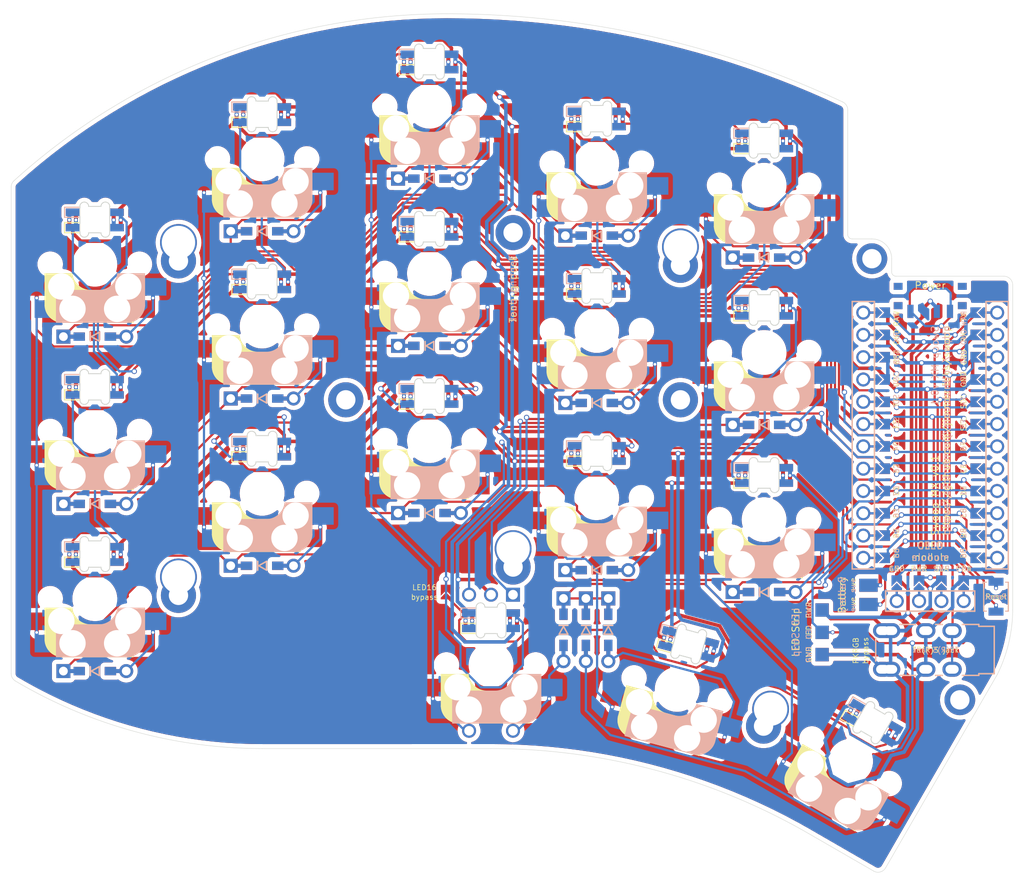
<source format=kicad_pcb>
(kicad_pcb (version 20211014) (generator pcbnew)
  (title_block (title "Swoop MX") (date "2021-12-11") (rev "0.1") (company "jmnw"))
  (layers (0 "F.Cu" signal) (31 "B.Cu" signal) (34 "B.Paste" user) (35 "F.Paste" user) (36 "B.SilkS" user "B.Silkscreen") (37 "F.SilkS" user "F.Silkscreen") (38 "B.Mask" user) (39 "F.Mask" user) (44 "Edge.Cuts" user))
  (net 0 "")
  (net 1 "raw")
  (net 2 "Net-(BT1-Pad2)")
  (net 3 "row0")
  (net 4 "Net-(D1-Pad2)")
  (net 5 "GND")
  (net 6 "VCC")
  (net 7 "Net-(D2-Pad2)")
  (net 8 "Net-(D3-Pad2)")
  (net 9 "Net-(D4-Pad2)")
  (net 10 "Net-(D5-Pad2)")
  (net 11 "row1")
  (net 12 "Net-(D6-Pad2)")
  (net 13 "Net-(D7-Pad2)")
  (net 14 "data")
  (net 15 "reset")
  (net 16 "Net-(D8-Pad2)")
  (net 17 "Net-(D9-Pad2)")
  (net 18 "Net-(D10-Pad2)")
  (net 19 "row2")
  (net 20 "Net-(D11-Pad2)")
  (net 21 "Net-(D12-Pad2)")
  (net 22 "Net-(D13-Pad2)")
  (net 23 "Net-(D14-Pad2)")
  (net 24 "Net-(D15-Pad2)")
  (net 25 "row3")
  (net 26 "Net-(D17-Pad2)")
  (net 27 "er0")
  (net 28 "col2")
  (net 29 "edb")
  (net 30 "eda")
  (net 31 "strip")
  (net 32 "Net-(L1-Pad4)")
  (net 33 "Net-(L2-Pad2)")
  (net 34 "Net-(L2-Pad4)")
  (net 35 "Net-(L1-Pad2)")
  (net 36 "Net-(L4-Pad2)")
  (net 37 "Net-(L4-Pad4)")
  (net 38 "Net-(L10-Pad2)")
  (net 39 "Net-(L11-Pad2)")
  (net 40 "Net-(L12-Pad4)")
  (net 41 "Net-(L3-Pad2)")
  (net 42 "l14i")
  (net 43 "Net-(L10-Pad4)")
  (net 44 "Net-(L11-Pad4)")
  (net 45 "Net-(L13-Pad4)")
  (net 46 "l17o")
  (net 47 "Net-(L8-Pad2)")
  (net 48 "led")
  (net 49 "sda")
  (net 50 "sla")
  (net 51 "unconnected-(PSW1-Pad3)")
  (net 52 "col0")
  (net 53 "col1")
  (net 54 "col3")
  (net 55 "col4")
  (net 56 "unconnected-(U1-Pad13)")
  (net 57 "unconnected-(U1-Pad14)")
  (net 58 "unconnected-(U1-Pad15)")
  (net 59 "Net-(D18-Pad2)")
  (net 60 "Net-(L17-Pad4)")
  (footprint "swoop:M2_double_hole_4mm" (layer "F.Cu") (at 138.436206 86.339994)
    (fp_text reference "H3" hide)
    (fp_text value "M2 Hole" hide)
  )
  (footprint "swoop:D_SMD_TH" (layer "F.Cu") (at 109.861206 78.564995)
    (fp_text reference "D3" hide)
    (fp_text value " 1N4148W" hide)
  )
  (footprint "swoop:MX_socket_reversible" (layer "F.Cu") (at 109.861206 108.414992)
    (fp_text reference "SW13" hide)
    (fp_text value "MX" hide)
  )
  (footprint "swoop:Tenting_puck" (layer "F.Cu") (at 119.386038 103.76454)
    (fp_text reference "PUCK1")
    (fp_text value "SYM_Arrow45_Small")
  )
  (footprint "swoop:SK6812_Mini_E" (layer "F.Cu") (at 71.76121 83.375496 180)
    (fp_text reference "L1" hide)
    (fp_text value "SK6812Mini-e" hide)
    (fp_line (start -0.7 -1.36) (end 0.7 -1.36) (layer "Edge.Cuts") (width 0.1))
    (fp_line (start -0.7 1.64) (end 0.7 1.64) (layer "Edge.Cuts") (width 0.1))
    (fp_line (start -1.7 -1.36) (end -1.7 1.64) (layer "Edge.Cuts") (width 0.1))
    (fp_line (start 1.7 1.64) (end 1.7 -1.36) (layer "Edge.Cuts") (width 0.1))
    (fp_arc (start 1.7 1.64) (mid 1.2 2.14) (end 0.7 1.64) (layer "Edge.Cuts") (width 0.1))
    (fp_arc (start -0.7 1.64) (mid -1.2 2.14) (end -1.7 1.64) (layer "Edge.Cuts") (width 0.1))
    (fp_arc (start -1.7 -1.36) (mid -1.2 -1.86) (end -0.7 -1.36) (layer "Edge.Cuts") (width 0.1))
    (fp_arc (start 0.7 -1.36) (mid 1.2 -1.86) (end 1.7 -1.36) (layer "Edge.Cuts") (width 0.1))
  )
  (footprint "swoop:Jumper" (layer "F.Cu") (at 111.75 125.663 -90)
    (fp_text reference "JP2" hide)
    (fp_text value "LED bypass" hide)
  )
  (footprint "swoop:SK6812_Mini_E" (layer "F.Cu") (at 147.961204 74.374997 180)
    (fp_text reference "L5" hide)
    (fp_text value "SK6812Mini-e" hide)
    (fp_line (start 1.7 1.64) (end 1.7 -1.36) (layer "Edge.Cuts") (width 0.1))
    (fp_line (start -0.7 1.64) (end 0.7 1.64) (layer "Edge.Cuts") (width 0.1))
    (fp_line (start -1.7 -1.36) (end -1.7 1.64) (layer "Edge.Cuts") (width 0.1))
    (fp_line (start -0.7 -1.36) (end 0.7 -1.36) (layer "Edge.Cuts") (width 0.1))
    (fp_arc (start 1.7 1.64) (mid 1.2 2.14) (end 0.7 1.64) (layer "Edge.Cuts") (width 0.1))
    (fp_arc (start -1.7 -1.36) (mid -1.2 -1.86) (end -0.7 -1.36) (layer "Edge.Cuts") (width 0.1))
    (fp_arc (start -0.7 1.64) (mid -1.2 2.14) (end -1.7 1.64) (layer "Edge.Cuts") (width 0.1))
    (fp_arc (start 0.7 -1.36) (mid 1.2 -1.86) (end 1.7 -1.36) (layer "Edge.Cuts") (width 0.1))
  )
  (footprint "swoop:M2_double_hole_4mm" (layer "F.Cu") (at 81.286206 85.840494)
    (fp_text reference "H1" hide)
    (fp_text value "M2 Hole" hide)
  )
  (footprint "swoop:D_SMD_TH" (layer "F.Cu") (at 71.761206 115.615487)
    (fp_text reference "D6" hide)
    (fp_text value " 1N4148W" hide)
  )
  (footprint "swoop:SK6812_Mini_E" (layer "F.Cu") (at 90.811206 71.375494 180)
    (fp_text reference "L2" hide)
    (fp_text value "SK6812Mini-e" hide)
    (fp_line (start 1.7 1.64) (end 1.7 -1.36) (layer "Edge.Cuts") (width 0.1))
    (fp_line (start -0.7 -1.36) (end 0.7 -1.36) (layer "Edge.Cuts") (width 0.1))
    (fp_line (start -1.7 -1.36) (end -1.7 1.64) (layer "Edge.Cuts") (width 0.1))
    (fp_line (start -0.7 1.64) (end 0.7 1.64) (layer "Edge.Cuts") (width 0.1))
    (fp_arc (start -1.7 -1.36) (mid -1.2 -1.86) (end -0.7 -1.36) (layer "Edge.Cuts") (width 0.1))
    (fp_arc (start 1.7 1.64) (mid 1.2 2.14) (end 0.7 1.64) (layer "Edge.Cuts") (width 0.1))
    (fp_arc (start -0.7 1.64) (mid -1.2 2.14) (end -1.7 1.64) (layer "Edge.Cuts") (width 0.1))
    (fp_arc (start 0.7 -1.36) (mid 1.2 -1.86) (end 1.7 -1.36) (layer "Edge.Cuts") (width 0.1))
  )
  (footprint "swoop:SK6812_Mini_E" (layer "F.Cu") (at 109.861201 103.474996 180)
    (fp_text reference "L13" hide)
    (fp_text value "SK6812Mini-e" hide)
    (fp_line (start -0.7 -1.36) (end 0.7 -1.36) (layer "Edge.Cuts") (width 0.1))
    (fp_line (start -1.7 -1.36) (end -1.7 1.64) (layer "Edge.Cuts") (width 0.1))
    (fp_line (start 1.7 1.64) (end 1.7 -1.36) (layer "Edge.Cuts") (width 0.1))
    (fp_line (start -0.7 1.64) (end 0.7 1.64) (layer "Edge.Cuts") (width 0.1))
    (fp_arc (start -1.7 -1.36) (mid -1.2 -1.86) (end -0.7 -1.36) (layer "Edge.Cuts") (width 0.1))
    (fp_arc (start 1.7 1.64) (mid 1.2 2.14) (end 0.7 1.64) (layer "Edge.Cuts") (width 0.1))
    (fp_arc (start -0.7 1.64) (mid -1.2 2.14) (end -1.7 1.64) (layer "Edge.Cuts") (width 0.1))
    (fp_arc (start 0.7 -1.36) (mid 1.2 -1.86) (end 1.7 -1.36) (layer "Edge.Cuts") (width 0.1))
  )
  (footprint "swoop:MX_socket_reversible" (layer "F.Cu") (at 157.811171 144.935384 -30)
    (fp_text reference "SW18" hide)
    (fp_text value "MX" hide)
  )
  (footprint "swoop:Reset" (layer "F.Cu") (at 174.366007 126.188254 90)
    (fp_text reference "RSW1" hide)
    (fp_text value "Reset")
  )
  (footprint "swoop:D_SMD_TH" (layer "F.Cu") (at 71.761204 96.565496)
    (fp_text reference "D1" hide)
    (fp_text value " 1N4148W" hide)
  )
  (footprint "swoop:SK6812_Mini_E" (layer "F.Cu") (at 109.861211 65.374994 180)
    (fp_text reference "L3" hide)
    (fp_text value "SK6812Mini-e" hide)
    (fp_line (start 1.7 1.64) (end 1.7 -1.36) (layer "Edge.Cuts") (width 0.1))
    (fp_line (start -1.7 -1.36) (end -1.7 1.64) (layer "Edge.Cuts") (width 0.1))
    (fp_line (start -0.7 -1.36) (end 0.7 -1.36) (layer "Edge.Cuts") (width 0.1))
    (fp_line (start -0.7 1.64) (end 0.7 1.64) (layer "Edge.Cuts") (width 0.1))
    (fp_arc (start -1.7 -1.36) (mid -1.2 -1.86) (end -0.7 -1.36) (layer "Edge.Cuts") (width 0.1))
    (fp_arc (start 1.7 1.64) (mid 1.2 2.14) (end 0.7 1.64) (layer "Edge.Cuts") (width 0.1))
    (fp_arc (start -0.7 1.64) (mid -1.2 2.14) (end -1.7 1.64) (layer "Edge.Cuts") (width 0.1))
    (fp_arc (start 0.7 -1.36) (mid 1.2 -1.86) (end 1.7 -1.36) (layer "Edge.Cuts") (width 0.1))
  )
  (footprint "swoop:SK6812_Mini_E" (layer "F.Cu") (at 116.873333 129.025475 180)
    (fp_text reference "L16" hide)
    (fp_text value "SK6812Mini-e" hide)
    (fp_line (start -0.7 -1.36) (end 0.7 -1.36) (layer "Edge.Cuts") (width 0.1))
    (fp_line (start -0.7 1.64) (end 0.7 1.64) (layer "Edge.Cuts") (width 0.1))
    (fp_line (start -1.7 -1.36) (end -1.7 1.64) (layer "Edge.Cuts") (width 0.1))
    (fp_line (start 1.7 1.64) (end 1.7 -1.36) (layer "Edge.Cuts") (width 0.1))
    (fp_arc (start 0.7 -1.36) (mid 1.2 -1.86) (end 1.7 -1.36) (layer "Edge.Cuts") (width 0.1))
    (fp_arc (start 1.7 1.64) (mid 1.2 2.14) (end 0.7 1.64) (layer "Edge.Cuts") (width 0.1))
    (fp_arc (start -0.7 1.64) (mid -1.2 2.14) (end -1.7 1.64) (layer "Edge.Cuts") (width 0.1))
    (fp_arc (start -1.7 -1.36) (mid -1.2 -1.86) (end -0.7 -1.36) (layer "Edge.Cuts") (width 0.1))
  )
  (footprint "swoop:SK6812_Mini_E" (layer "F.Cu") (at 147.9612 93.424993 180)
    (fp_text reference "L10" hide)
    (fp_text value "SK6812Mini-e" hide)
    (fp_line (start 1.7 1.64) (end 1.7 -1.36) (layer "Edge.Cuts") (width 0.1))
    (fp_line (start -1.7 -1.36) (end -1.7 1.64) (layer "Edge.Cuts") (width 0.1))
    (fp_line (start -0.7 -1.36) (end 0.7 -1.36) (layer "Edge.Cuts") (width 0.1))
    (fp_line (start -0.7 1.64) (end 0.7 1.64) (layer "Edge.Cuts") (width 0.1))
    (fp_arc (start 1.7 1.64) (mid 1.2 2.14) (end 0.7 1.64) (layer "Edge.Cuts") (width 0.1))
    (fp_arc (start -0.7 1.64) (mid -1.2 2.14) (end -1.7 1.64) (layer "Edge.Cuts") (width 0.1))
    (fp_arc (start -1.7 -1.36) (mid -1.2 -1.86) (end -0.7 -1.36) (layer "Edge.Cuts") (width 0.1))
    (fp_arc (start 0.7 -1.36) (mid 1.2 -1.86) (end 1.7 -1.36) (layer "Edge.Cuts") (width 0.1))
  )
  (footprint "swoop:M2_hole_3.5mm" (layer "F.Cu") (at 160.235658 87.685531)
    (fp_text reference "Ref**" hide)
    (fp_text value "Val**" hide)
  )
  (footprint "swoop:StripLED" (layer "F.Cu") (at 154.566333 132.790475 180)
    (fp_text reference "LS1" hide)
    (fp_text value "LED Strip" hide)
  )
  (footprint "swoop:Power" (layer "F.Cu") (at 166.876237 91.935658 180)
    (fp_text reference "PSW1" hide)
    (fp_text value "Power")
  )
  (footprint "swoop:SK6812_Mini_E" (layer "F.Cu") (at 160.281171 140.65645 150)
    (fp_text reference "L18" hide)
    (fp_text value "SK6812Mini-e" hide)
    (fp_line (start 1.7 1.64) (end 1.7 -1.36) (layer "Edge.Cuts") (width 0.1))
    (fp_line (start -1.7 -1.36) (end -1.7 1.64) (layer "Edge.Cuts") (width 0.1))
    (fp_line (start -0.7 1.64) (end 0.7 1.64) (layer "Edge.Cuts") (width 0.1))
    (fp_line (start -0.7 -1.36) (end 0.7 -1.36) (layer "Edge.Cuts") (width 0.1))
    (fp_arc (start -0.7 1.64) (mid -1.2 2.14) (end -1.7 1.64) (layer "Edge.Cuts") (width 0.1))
    (fp_arc (start 0.7 -1.36) (mid 1.2 -1.86) (end 1.7 -1.36) (layer "Edge.Cuts") (width 0.1))
    (fp_arc (start -1.7 -1.36) (mid -1.2 -1.86) (end -0.7 -1.36) (layer "Edge.Cuts") (width 0.1))
    (fp_arc (start 1.7 1.64) (mid 1.2 2.14) (end 0.7 1.64) (layer "Edge.Cuts") (width 0.1))
  )
  (footprint "swoop:D_SMD_TH" (layer "F.Cu") (at 147.96121 125.664994)
    (fp_text reference "D15" hide)
    (fp_text value " 1N4148W" hide)
  )
  (footprint "swoop:RotaryEncoder" (layer "F.Cu") (at 116.873334 133.965475 -90)
    (fp_text reference "EN1")
    (fp_text value "RotaryEncoder_Switch")
  )
  (footprint "swoop:Jumper" (layer "F.Cu") (at 158.932401 129.878094)
    (fp_text reference "JP1" hide)
    (fp_text value "PKRGB bypass" hide)
  )
  (footprint "swoop:MX_socket_reversible" (layer "F.Cu") (at 128.911208 95.86499)
    (fp_text reference "SW9" hide)
    (fp_text value "MX" hide)
  )
  (footprint "swoop:MX_socket_reversible" (layer "F.Cu") (at 71.761204 126.415493)
    (fp_text reference "SW11" hide)
    (fp_text value "MX" hide)
  )
  (footprint "swoop:D_SMD_TH" (layer "F.Cu") (at 128.911211 85.064996)
    (fp_text reference "D4" hide)
    (fp_text value " 1N4148W" hide)
  )
  (footprint "swoop:D_SMD_TH" (layer "F.Cu") (at 109.861207 97.614999)
    (fp_text reference "D8" hide)
    (fp_text value " 1N4148W" hide)
  )
  (footprint "swoop:D_SMD_TH" (layer "F.Cu") (at 128.911208 104.114991)
    (fp_text reference "D9" hide)
    (fp_text value " 1N4148W" hide)
  )
  (footprint "swoop:D_SMD_TH" (layer "F.Cu") (at 147.961206 87.564999)
    (fp_text reference "D5" hide)
    (fp_text value " 1N4148W" hide)
  )
  (footprint "swoop:MX_socket_reversible" (layer "F.Cu") (at 147.961208 98.364997)
    (fp_text reference "SW10" hide)
    (fp_text value "MX" hide)
  )
  (footprint "swoop:MX_socket_reversible" (layer "F.Cu") (at 71.761207 107.365489)
    (fp_text reference "SW6" hide)
    (fp_text value "MX" hide)
  )
  (footprint "swoop:ProMicro_jumpers" (layer "F.Cu") (at 166.876233 107.798659)
    (fp_text reference "U1" hide)
    (fp_text value "ProMicro")
  )
  (footprint "swoop:D_SMD_TH" (layer "F.Cu") (at 71.761205 134.665492)
    (fp_text reference "D11" hide)
    (fp_text value " 1N4148W" hide)
  )
  (footprint "swoop:MX_socket_reversible" (layer "F.Cu") (at 90.811206 114.415496)
    (fp_text reference "SW12" hide)
    (fp_text value "MX" hide)
  )
  (footprint "swoop:TRRS-3pin" (layer "F.Cu") (at 172.565683 132.26036 -90)
    (fp_text reference "J1")
    (fp_text value "TRRS" hide)
  )
  (footprint "swoop:MX_socket_reversible" (layer "F.Cu") (at 109.8612 70.314994)
    (fp_text reference "SW3" hide)
    (fp_text value "MX" hide)
  )
  (footprint "swoop:MX_socket_reversible" (layer "F.Cu") (at 147.961207 79.314995)
    (fp_text reference "SW5" hide)
    (fp_text value "MX" hide)
  )
  (footprint "swoop:MX_socket_reversible" (layer "F.Cu") (at 116.873334 133.965475)
    (fp_text reference "SW16" hide)
    (fp_text value "MX" hide)
  )
  (footprint "swoop:M2_hole_3.5mm" (layer "F.Cu") (at 170.248534 137.941437)
    (fp_text reference "Ref**" hide)
    (fp_text value "Val**" hide)
  )
  (footprint "swoop:SK6812_Mini_E" (layer "F.Cu") (at 109.861205 84.424996 180)
    (fp_text reference "L8" hide)
    (fp_text value "SK6812Mini-e" hide)
    (fp_line (start -0.7 1.64) (end 0.7 1.64) (layer "Edge.Cuts") (width 0.1))
    (fp_line (start -1.7 -1.36) (end -1.7 1.64) (layer "Edge.Cuts") (width 0.1))
    (fp_line (start -0.7 -1.36) (end 0.7 -1.36) (layer "Edge.Cuts") (width 0.1))
    (fp_line (start 1.7 1.64) (end 1.7 -1.36) (layer "Edge.Cuts") (width 0.1))
    (fp_arc (start 0.7 -1.36) (mid 1.2 -1.86) (end 1.7 -1.36) (layer "Edge.Cuts") (width 0.1))
    (fp_arc (start 1.7 1.64) (mid 1.2 2.14) (end 0.7 1.64) (layer "Edge.Cuts") (width 0.1))
    (fp_arc (start -0.7 1.64) (mid -1.2 2.14) (end -1.7 1.64) (layer "Edge.Cuts") (width 0.1))
    (fp_arc (start -1.7 -1.36) (mid -1.2 -1.86) (end -0.7 -1.36) (layer "Edge.Cuts") (width 0.1))
  )
  (footprint "swoop:OLED_jumpers" (layer "F.Cu") (at 163.06641 126.688349)
    (fp_text reference "O1" hide)
    (fp_text value "OLED")
  )
  (footprint "swoop:MX_socket_reversible" (layer "F.Cu") (at 71.7612 88.315496)
    (fp_text reference "SW1" hide)
    (fp_text value "MX" hide)
  )
  (footprint "swoop:MX_socket_reversible" (layer "F.Cu") (at 128.911202 114.914993)
    (fp_text reference "SW14" hide)
    (fp_text value "MX" hide)
  )
  (footprint "swoop:D_SMD_TH" (layer "F.Cu") (at 128.911204 123.164993)
    (fp_text reference "D14" hide)
    (fp_text value " 1N4148W" hide)
  )
  (footprint "swoop:D_SMD_TH" (layer "F.Cu") (at 127.673328 129.965476 -90)
    (fp_text reference "D18" hide)
    (fp_text value " 1N4148W" hide)
  )
  (footprint "swoop:MX_socket_reversible" (layer "F.Cu") (at 90.811208 95.365492)
    (fp_text reference "SW7" hide)
    (fp_text value "MX" hide)
  )
  (footprint "swoop:MX_socket_reversible" (layer "F.Cu") (at 128.911209 76.814999)
    (fp_text reference "SW4" hide)
    (fp_text value "MX" hide)
  )
  (footprint "swoop:D_SMD_TH" (layer "F.Cu") (at 90.811207 103.615494)
    (fp_text reference "D7" hide)
    (fp_text value " 1N4148W" hide)
  )
  (footprint "swoop:SK6812_Mini_E" (layer "F.Cu") (at 71.761201 121.47549 180)
    (fp_text reference "L11" hide)
    (fp_text value "SK6812Mini-e" hide)
    (fp_line (start -0.7 1.64) (end 0.7 1.64) (layer "Edge.Cuts") (width 0.1))
    (fp_line (start 1.7 1.64) (end 1.7 -1.36) (layer "Edge.Cuts") (width 0.1))
    (fp_line (start -0.7 -1.36) (end 0.7 -1.36) (layer "Edge.Cuts") (width 0.1))
    (fp_line (start -1.7 -1.36) (end -1.7 1.64) (layer "Edge.Cuts") (width 0.1))
    (fp_arc (start -0.7 1.64) (mid -1.2 2.14) (end -1.7 1.64) (layer "Edge.Cuts") (width 0.1))
    (fp_arc (start 0.7 -1.36) (mid 1.2 -1.86) (end 1.7 -1.36) (layer "Edge.Cuts") (width 0.1))
    (fp_arc (start -1.7 -1.36) (mid -1.2 -1.86) (end -0.7 -1.36) (layer "Edge.Cuts") (width 0.1))
    (fp_arc (start 1.7 1.64) (mid 1.2 2.14) (end 0.7 1.64) (layer "Edge.Cuts") (width 0.1))
  )
  (footprint "swoop:D_SMD_TH" (layer "F.Cu") (at 90.811206 122.665495)
    (fp_text reference "D12" hide)
    (fp_text value " 1N4148W" hide)
  )
  (footprint "swoop:M2_double_hole_4mm" (layer "F.Cu") (at 81.286201 123.940493)
    (fp_text reference "H2" hide)
    (fp_text value "M2 Hole" hide)
  )
  (footprint "swoop:MX_socket_reversible" (layer "F.Cu") (at 138.064248 136.755694 -15)
    (fp_text reference "SW17" hide)
    (fp_text value "MX" hide)
  )
  (footprint "swoop:MX_socket_reversible" (layer "F.Cu") (at 109.861204 89.364997)
    (fp_text reference "SW8" hide)
    (fp_text value "MX" hide)
  )
  (footprint "swoop:SK6812_Mini_E" (layer "F.Cu") (at 139.342812 131.714024 165)
    (fp_text reference "L17" hide)
    (fp_text value "SK6812Mini-e" hide)
    (fp_line (start -1.7 -1.36) (end -1.7 1.64) (layer "Edge.Cuts") (width 0.1))
    (fp_line (start -0.7 1.64) (end 0.7 1.64) (layer "Edge.Cuts") (width 0.1))
    (fp_line (start 1.7 1.64) (end 1.7 -1.36) (layer "Edge.Cuts") (width 0.1))
    (fp_line (start -0.7 -1.36) (end 0.7 -1.36) (layer "Edge.Cuts") (width 0.1))
    (fp_arc (start -1.7 -1.36) (mid -1.2 -1.86) (end -0.7 -1.36) (layer "Edge.Cuts") (width 0.1))
    (fp_arc (start 1.7 1.64) (mid 1.2 2.14) (end 0.7 1.64) (layer "Edge.Cuts") (width 0.1))
    (fp_arc (start 0.7 -1.36) (mid 1.2 -1.86) (end 1.7 -1.36) (layer "Edge.Cuts") (width 0.1))
    (fp_arc (start -0.7 1.64) (mid -1.2 2.14) (end -1.7 1.64) (layer "Edge.Cuts") (width 0.1))
  )
  (footprint "swoop:SK6812_Mini_E" (layer "F.Cu") (at 128.911202 109.974996 180)
    (fp_text reference "L14" hide)
    (fp_text value "SK6812Mini-e" hide)
    (fp_line (start 1.7 1.64) (end 1.7 -1.36) (layer "Edge.Cuts") (width 0.1))
    (fp_line (start -0.7 -1.36) (end 0.7 -1.36) (layer "Edge.Cuts") (width 0.1))
    (fp_line (start -0.7 1.64) (end 0.7 1.64) (layer "Edge.Cuts") (width 0.1))
    (fp_line (start -1.7 -1.36) (end -1.7 1.64) (layer "Edge.Cuts") (width 0.1))
    (fp_arc (start -0.7 1.64) (mid -1.2 2.14) (end -1.7 1.64) (layer "Edge.Cuts") (width 0.1))
    (fp_arc (start 1.7 1.64) (mid 1.2 2.14) (end 0.7 1.64) (layer "Edge.Cuts") (width 0.1))
    (fp_arc (start -1.7 -1.36) (mid -1.2 -1.86) (end -0.7 -1.36) (layer "Edge.Cuts") (width 0.1))
    (fp_arc (start 0.7 -1.36) (mid 1.2 -1.86) (end 1.7 -1.36) (layer "Edge.Cuts") (width 0.1))
  )
  (footprint "swoop:M2_double_hole_4mm" (layer "F.Cu") (at 119.385702 120.714937)
    (fp_text reference "H4" hide)
    (fp_text value "M2 Hole" hide)
  )
  (footprint "swoop:D_SMD_TH" (layer "F.Cu") (at 109.861205 116.664992)
    (fp_text reference "D13" hide)
    (fp_text value " 1N4148W" hide)
  )
  (footprint "swoop:Battery_pads_reversible" (layer "F.Cu") (at 159.843409 125.986846 -90)
    (fp_text reference "BT1" hide)
    (fp_text value "Battery")
  )
  (footprint "swoop:SK6812_Mini_E" (layer "F.Cu") (at 147.961201 112.474996 180)
    (fp_text reference "L15" hide)
    (fp_text value "SK6812Mini-e" hide)
    (fp_line (start 1.7 1.64) (end 1.7 -1.36) (layer "Edge.Cuts") (width 0.1))
    (fp_line (start -0.7 -1.36) (end 0.7 -1.36) (layer "Edge.Cuts") (width 0.1))
    (fp_line (start -1.7 -1.36) (end -1.7 1.64) (layer "Edge.Cuts") (width 0.1))
    (fp_line (start -0.7 1.64) (end 0.7 1.64) (layer "Edge.Cuts") (width 0.1))
    (fp_arc (start 1.7 1.64) (mid 1.2 2.14) (end 0.7 1.64) (layer "Edge.Cuts") (width 0.1))
    (fp_arc (start 0.7 -1.36) (mid 1.2 -1.86) (end 1.7 -1.36) (layer "Edge.Cuts") (width 0.1))
    (fp_arc (start -0.7 1.64) (mid -1.2 2.14) (end -1.7 1.64) (layer "Edge.Cuts") (width 0.1))
    (fp_arc (start -1.7 -1.36) (mid -1.2 -1.86) (end -0.7 -1.36) (layer "Edge.Cuts") (width 0.1))
  )
  (footprint "swoop:SK6812_Mini_E" (layer "F.Cu") (at 128.911209 90.924999 180)
    (fp_text reference "L9" hide)
    (fp_text value "SK6812Mini-e" hide)
    (fp_line (start -0.7 -1.36) (end 0.7 -1.36) (layer "Edge.Cuts") (width 0.1))
    (fp_line (start -1.7 -1.36) (end -1.7 1.64) (layer "Edge.Cuts") (width 0.1))
    (fp_line (start -0.7 1.64) (end 0.7 1.64) (layer "Edge.Cuts") (width 0.1))
    (fp_line (start 1.7 1.64) (end 1.7 -1.36) (layer "Edge.Cuts") (width 0.1))
    (fp_arc (start -1.7 -1.36) (mid -1.2 -1.86) (end -0.7 -1.36) (layer "Edge.Cuts") (width 0.1))
    (fp_arc (start 0.7 -1.36) (mid 1.2 -1.86) (end 1.7 -1.36) (layer "Edge.Cuts") (width 0.1))
    (fp_arc (start 1.7 1.64) (mid 1.2 2.14) (end 0.7 1.64) (layer "Edge.Cuts") (width 0.1))
    (fp_arc (start -0.7 1.64) (mid -1.2 2.14) (end -1.7 1.64) (layer "Edge.Cuts") (width 0.1))
  )
  (footprint "swoop:M2_double_hole_4mm" (layer "F.Cu") (at 148.7029 138.997751 -22.5)
    (fp_text reference "H4" hide)
    (fp_text value "M2 Hole" hide)
  )
  (footprint "swoop:SK6812_Mini_E" (layer "F.Cu") (at 128.911202 71.874999 180)
    (fp_text reference "L4" hide)
    (fp_text value "SK6812Mini-e" hide)
    (fp_line (start -0.7 -1.36) (end 0.7 -1.36) (layer "Edge.Cuts") (width 0.1))
    (fp_line (start -0.7 1.64) (end 0.7 1.64) (layer "Edge.Cuts") (width 0.1))
    (fp_line (start -1.7 -1.36) (end -1.7 1.64) (layer "Edge.Cuts") (width 0.1))
    (fp_line (start 1.7 1.64) (end 1.7 -1.36) (layer "Edge.Cuts") (width 0.1))
    (fp_arc (start -1.7 -1.36) (mid -1.2 -1.86) (end -0.7 -1.36) (layer "Edge.Cuts") (width 0.1))
    (fp_arc (start -0.7 1.64) (mid -1.2 2.14) (end -1.7 1.64) (layer "Edge.Cuts") (width 0.1))
    (fp_arc (start 0.7 -1.36) (mid 1.2 -1.86) (end 1.7 -1.36) (layer "Edge.Cuts") (width 0.1))
    (fp_arc (start 1.7 1.64) (mid 1.2 2.14) (end 0.7 1.64) (layer "Edge.Cuts") (width 0.1))
  )
  (footprint "swoop:SK6812_Mini_E" (layer "F.Cu") (at 90.811203 90.425494 180)
    (fp_text reference "L7" hide)
    (fp_text value "SK6812Mini-e" hide)
    (fp_line (start -0.7 1.64) (end 0.7 1.64) (layer "Edge.Cuts") (width 0.1))
    (fp_line (start -0.7 -1.36) (end 0.7 -1.36) (layer "Edge.Cuts") (width 0.1))
    (fp_line (start 1.7 1.64) (end 1.7 -1.36) (layer "Edge.Cuts") (width 0.1))
    (fp_line (start -1.7 -1.36) (end -1.7 1.64) (layer "Edge.Cuts") (width 0.1))
    (fp_arc (start 1.7 1.64) (mid 1.2 2.14) (end 0.7 1.64) (layer "Edge.Cuts") (width 0.1))
    (fp_arc (start -0.7 1.64) (mid -1.2 2.14) (end -1.7 1.64) (layer "Edge.Cuts") (width 0.1))
    (fp_arc (start 0.7 -1.36) (mid 1.2 -1.86) (end 1.7 -1.36) (layer "Edge.Cuts") (width 0.1))
    (fp_arc (start -1.7 -1.36) (mid -1.2 -1.86) (end -0.7 -1.36) (layer "Edge.Cuts") (width 0.1))
  )
  (footprint "swoop:D_SMD_TH" (layer "F.Cu") (at 90.811204 84.565496)
    (fp_text reference "D2" hide)
    (fp_text value " 1N4148W" hide)
  )
  (footprint "swoop:D_SMD_TH" (layer "F.Cu") (at 130.223328 129.965476 -90)
    (fp_text reference "D17" hide)
    (fp_text value " 1N4148W" hide)
  )
  (footprint "swoop:D_SMD_TH" (layer "F.Cu") (at 125.123329 129.965475 -90)
    (fp_text reference "D16" hide)
    (fp_text value " 1N4148W" hide)
  )
  (footprint "swoop:MX_socket_reversible" (layer "F.Cu") (at 147.96121 117.414994)
    (fp_text reference "SW15" hide)
    (fp_text value "MX" hide)
  )
  (footprint "swoop:D_SMD_TH" (layer "F.Cu") (at 147.961206 106.614998)
    (fp_text reference "D10" hide)
    (fp_text value " 1N4148W" hide)
  )
  (footprint "swoop:SK6812_Mini_E" (layer "F.Cu") (at 71.761202 102.425495 180)
    (fp_text reference "L6" hide)
    (fp_text value "SK6812Mini-e" hide)
    (fp_line (start -0.7 -1.36) (end 0.7 -1.36) (layer "Edge.Cuts") (width 0.1))
    (fp_line (start -1.7 -1.36) (end -1.7 1.64) (layer "Edge.Cuts") (width 0.1))
    (fp_line (start 1.7 1.64) (end 1.7 -1.36) (layer "Edge.Cuts") (width 0.1))
    (fp_line (start -0.7 1.64) (end 0.7 1.64) (layer "Edge.Cuts") (width 0.1))
    (fp_arc (start 1.7 1.64) (mid 1.2 2.14) (end 0.7 1.64) (layer "Edge.Cuts") (width 0.1))
    (fp_arc (start 0.7 -1.36) (mid 1.2 -1.86) (end 1.7 -1.36) (layer "Edge.Cuts") (width 0.1))
    (fp_arc (start -0.7 1.64) (mid -1.2 2.14) (end -1.7 1.64) (layer "Edge.Cuts") (width 0.1))
    (fp_arc (start -1.7 -1.36) (mid -1.2 -1.86) (end -0.7 -1.36) (layer "Edge.Cuts") (width 0.1))
  )
  (footprint "swoop:SK6812_Mini_E" (layer "F.Cu") (at 90.811204 109.475492 180)
    (fp_text reference "L12" hide)
    (fp_text value "SK6812Mini-e" hide)
    (fp_line (start -0.7 -1.36) (end 0.7 -1.36) (layer "Edge.Cuts") (width 0.1))
    (fp_line (start -1.7 -1.36) (end -1.7 1.64) (layer "Edge.Cuts") (width 0.1))
    (fp_line (start -0.7 1.64) (end 0.7 1.64) (layer "Edge.Cuts") (width 0.1))
    (fp_line (start 1.7 1.64) (end 1.7 -1.36) (layer "Edge.Cuts") (width 0.1))
    (fp_arc (start 0.7 -1.36) (mid 1.2 -1.86) (end 1.7 -1.36) (layer "Edge.Cuts") (width 0.1))
    (fp_arc (start -1.7 -1.36) (mid -1.2 -1.86) (end -0.7 -1.36) (layer "Edge.Cuts") (width 0.1))
    (fp_arc (start -0.7 1.64) (mid -1.2 2.14) (end -1.7 1.64) (layer "Edge.Cuts") (width 0.1))
    (fp_arc (start 1.7 1.64) (mid 1.2 2.14) (end 0.7 1.64) (layer "Edge.Cuts") (width 0.1))
  )
  (footprint "swoop:MX_socket_reversible" (layer "F.Cu") (at 90.811203 76.315497)
    (fp_text reference "SW2" hide)
    (fp_text value "MX" hide)
  )
  (gr_line (start 162.985768 89.685418) (end 175.266704 89.685245) (layer "Edge.Cuts") (width 0.05))
  (gr_line (start 62.236602 79.540745) (end 62.236599 134.940645) (layer "Edge.Cuts") (width 0.05))
  (gr_line (start 157.485661 84.935528) (end 157.485661 70.739664) (layer "Edge.Cuts") (width 0.05))
  (gr_line (start 176.26671 90.685243) (end 176.2666 127.719807) (layer "Edge.Cuts") (width 0.05))
  (gr_arc (start 62.560403 78.80409) (mid 85.440802 64.707935) (end 111.860946 59.789573) (layer "Edge.Cuts") (width 0.05))
  (gr_arc (start 62.71 135.79) (mid 62.362943 135.426831) (end 62.236599 134.940645) (layer "Edge.Cuts") (width 0.05))
  (gr_arc (start 160.235604 85.435352) (mid 161.826635 86.094414) (end 162.48559 87.68549) (layer "Edge.Cuts") (width 0.05))
  (gr_arc (start 156.910403 69.83409) (mid 157.329688 70.203244) (end 157.485661 70.739664) (layer "Edge.Cuts") (width 0.05))
  (gr_line (start 116.873394 143.49065) (end 90.811512 143.490989) (layer "Edge.Cuts") (width 0.05))
  (gr_line (start 160.431622 157.445788) (end 153.048935 153.183387) (layer "Edge.Cuts") (width 0.05))
  (gr_arc (start 162.985768 89.685418) (mid 162.632212 89.538974) (end 162.485763 89.18542) (layer "Edge.Cuts") (width 0.05))
  (gr_line (start 157.985663 85.435528) (end 160.235604 85.435352) (layer "Edge.Cuts") (width 0.05))
  (gr_line (start 162.48559 87.68549) (end 162.485763 89.18542) (layer "Edge.Cuts") (width 0.05))
  (gr_arc (start 175.266704 89.685245) (mid 175.973811 89.978138) (end 176.26671 90.685243) (layer "Edge.Cuts") (width 0.05))
  (gr_arc (start 111.860946 59.789573) (mid 134.938767 62.331222) (end 156.910403 69.83409) (layer "Edge.Cuts") (width 0.05))
  (gr_arc (start 116.873394 143.49065) (mid 135.599171 145.95583) (end 153.048935 153.183387) (layer "Edge.Cuts") (width 0.05))
  (gr_arc (start 90.811512 143.490989) (mid 76.242714 141.530869) (end 62.71 135.79) (layer "Edge.Cuts") (width 0.05))
  (gr_arc (start 161.79765 157.079754) (mid 161.190444 157.545685) (end 160.431622 157.445788) (layer "Edge.Cuts") (width 0.05))
  (gr_arc (start 157.985663 85.435528) (mid 157.632107 85.289083) (end 157.485661 84.935528) (layer "Edge.Cuts") (width 0.05))
  (gr_arc (start 62.236602 79.540745) (mid 62.321125 79.138406) (end 62.560403 78.80409) (layer "Edge.Cuts") (width 0.05))
  (gr_arc (start 176.2666 127.719807) (mid 175.809513 131.481157) (end 174.519909 135.043965) (layer "Edge.Cuts") (width 0.05))
  (gr_line (start 161.79765 157.079754) (end 174.519909 135.043965) (layer "Edge.Cuts") (width 0.05))
  (gr_text "Swoop MX v0.1\nhttps://github.com/jimmerricks/swoop" (at 168.069987 95.230106 90) (layer "B.SilkS") (effects (font (size 0.8 0.8) (thickness 0.1)) (justify left mirror)))
  (gr_text "Swoop MX v0.1\nhttps://github.com/jimmerricks/swoop" (at 168.069984 119.290107 90) (layer "F.SilkS") (effects (font (size 0.8 0.8) (thickness 0.1)) (justify left)))
  (segment (start 162.683851 101.329978) (end 162.624743 101.329978) (width 0.25) (layer "B.Cu") (net 0))
  (segment (start 162.050233 95.00367) (end 162.050241 93.828662) (width 0.4) (layer "F.Cu") (net 1))
  (segment (start 164.050238 97.003662) (end 162.050233 95.00367) (width 0.4) (layer "F.Cu") (net 1))
  (segment (start 161.865981 122.768177) (end 162.465719 122.768178) (width 0.4) (layer "F.Cu") (net 1))
  (segment (start 161.185009 124.886445) (end 161.185007 123.449149) (width 0.4) (layer "F.Cu") (net 1))
  (segment (start 164.749746 120.484149) (end 162.465719 122.768178) (width 0.4) (layer "F.Cu") (net 1))
  (segment (start 166.136917 97.169826) (end 164.749746 98.556993) (width 0.4) (layer "F.Cu") (net 1))
  (segment (start 164.749746 98.556993) (end 164.749746 120.484149) (width 0.4) (layer "F.Cu") (net 1))
  (segment (start 166.136917 97.168177) (end 166.136917 97.169826) (width 0.4) (layer "F.Cu") (net 1))
  (segment (start 166.136918 97.169824) (end 166.136917 97.168177) (width 0.4) (layer "F.Cu") (net 1))
  (segment (start 161.185007 123.449149) (end 161.865981 122.768177) (width 0.4) (layer "F.Cu") (net 1))
  (via (at 164.050238 97.003662) (size 0.6) (drill 0.4) (layers "F.Cu" "B.Cu") (net 1))
  (via (at 166.136917 97.168177) (size 0.6) (drill 0.4) (layers "F.Cu" "B.Cu") (net 1))
  (segment (start 166.136917 97.168177) (end 164.214756 97.168179) (width 0.4) (layer "B.Cu") (net 1))
  (segment (start 164.214756 97.168179) (end 164.050238 97.003662) (width 0.4) (layer "B.Cu") (net 1))
  (segment (start 170.936138 94.594761) (end 171.702245 93.828658) (width 0.4) (layer "B.Cu") (net 1))
  (segment (start 170.936131 96.270498) (end 170.936138 94.594761) (width 0.4) (layer "B.Cu") (net 1))
  (segment (start 170.038476 97.168172) (end 170.936131 96.270498) (width 0.4) (layer "B.Cu") (net 1))
  (segment (start 170.038476 97.168172) (end 166.136917 97.168177) (width 0.4) (layer "B.Cu") (net 1))
  (segment (start 165.274269 98.92683) (end 168.156408 96.044692) (width 0.25) (layer "F.Cu") (net 2))
  (segment (start 162.682986 123.292701) (end 165.27426 120.70141) (width 0.25) (layer "F.Cu") (net 2))
  (segment (start 165.27426 120.70141) (end 165.274269 98.92683) (width 0.25) (layer "F.Cu") (net 2))
  (segment (start 161.185008 127.086844) (end 161.73812 126.533732) (width 0.25) (layer "F.Cu") (net 2))
  (segment (start 161.738119 123.637823) (end 162.083242 123.292703) (width 0.25) (layer "F.Cu") (net 2))
  (segment (start 161.73812 126.533732) (end 161.738119 123.637823) (width 0.25) (layer "F.Cu") (net 2))
  (segment (start 169.134722 94.380195) (end 168.156409 95.358515) (width 0.25) (layer "F.Cu") (net 2))
  (segment (start 168.156408 96.044692) (end 168.156409 95.358515) (width 0.25) (layer "F.Cu") (net 2))
  (segment (start 162.083242 123.292703) (end 162.682986 123.292701) (width 0.25) (layer "F.Cu") (net 2))
  (segment (start 169.134717 93.685469) (end 169.134722 94.380195) (width 0.25) (layer "F.Cu") (net 2))
  (via (at 168.156409 95.358515) (size 0.6) (drill 0.4) (layers "F.Cu" "B.Cu") (net 2))
  (segment (start 166.307756 95.358506) (end 168.156409 95.358515) (width 0.25) (layer "B.Cu") (net 2))
  (segment (start 164.634713 93.68547) (end 166.307756 95.358506) (width 0.25) (layer "B.Cu") (net 2))
  (segment (start 87.235203 86.489251) (end 84.601633 89.122822) (width 0.25) (layer "F.Cu") (net 3))
  (segment (start 102.180724 78.564991) (end 97.471705 83.274016) (width 0.25) (layer "F.Cu") (net 3))
  (segment (start 144.385205 87.564995) (end 140.593728 83.773521) (width 0.25) (layer "F.Cu") (net 3))
  (segment (start 87.235203 84.565496) (end 87.235203 86.489251) (width 0.25) (layer "F.Cu") (net 3))
  (segment (start 140.593728 83.773521) (end 126.626688 83.773519) (width 0.25) (layer "F.Cu") (net 3))
  (segment (start 106.285205 78.564996) (end 102.180724 78.564991) (width 0.25) (layer "F.Cu") (net 3))
  (segment (start 156.933798 102.718383) (end 157.108779 102.893362) (width 0.25) (layer "F.Cu") (net 3))
  (segment (start 171.337245 109.068663) (end 170.702242 108.433661) (width 0.25) (layer "F.Cu") (net 3))
  (segment (start 145.326512 88.506303) (end 150.753049 88.506303) (width 0.25) (layer "F.Cu") (net 3))
  (segment (start 150.753049 88.506303) (end 151.995287 89.748541) (width 0.25) (layer "F.Cu") (net 3))
  (segment (start 69.476683 95.274014) (end 68.185206 96.565496) (width 0.25) (layer "F.Cu") (net 3))
  (segment (start 107.576684 77.273516) (end 106.285205 78.564996) (width 0.25) (layer "F.Cu") (net 3))
  (segment (start 78.421704 95.274012) (end 69.476683 95.274014) (width 0.25) (layer "F.Cu") (net 3))
  (segment (start 83.453852 89.775667) (end 83.453851 90.241868) (width 0.25) (layer "F.Cu") (net 3))
  (segment (start 84.601633 89.122822) (end 84.106695 89.122821) (width 0.25) (layer "F.Cu") (net 3))
  (segment (start 144.385206 87.564999) (end 145.326512 88.506303) (width 0.25) (layer "F.Cu") (net 3))
  (segment (start 125.33521 85.064995) (end 124.944416 85.064997) (width 0.25) (layer "F.Cu") (net 3))
  (segment (start 84.106695 89.122821) (end 83.453852 89.775667) (width 0.25) (layer "F.Cu") (net 3))
  (segment (start 117.152933 77.273514) (end 107.576684 77.273516) (width 0.25) (layer "F.Cu") (net 3))
  (segment (start 97.471705 83.274016) (end 88.526682 83.274013) (width 0.25) (layer "F.Cu") (net 3))
  (segment (start 156.933798 101.049977) (end 156.933798 102.718383) (width 0.25) (layer "F.Cu") (net 3))
  (segment (start 88.526682 83.274013) (end 87.235203 84.565496) (width 0.25) (layer "F.Cu") (net 3))
  (segment (start 83.453851 90.241868) (end 78.421707 95.274012) (width 0.25) (layer "F.Cu") (net 3))
  (segment (start 126.626688 83.773519) (end 125.33521 85.064995) (width 0.25) (layer "F.Cu") (net 3))
  (segment (start 151.995287 89.748541) (end 156.933799 94.687052) (width 0.25) (layer "F.Cu") (net 3))
  (segment (start 124.944416 85.064997) (end 117.152933 77.273514) (width 0.25) (layer "F.Cu") (net 3))
  (segment (start 171.702242 109.068668) (end 171.337245 109.068663) (width 0.25) (layer "F.Cu") (net 3))
  (segment (start 156.933799 94.687052) (end 156.933798 101.049977) (width 0.25) (layer "F.Cu") (net 3))
  (segment (start 78.421707 95.274012) (end 78.421704 95.274012) (width 0.25) (layer "F.Cu") (net 3))
  (via (at 170.702242 108.433661) (size 0.6) (drill 0.4) (layers "F.Cu" "B.Cu") (net 3))
  (via (at 157.108779 102.893362) (size 0.6) (drill 0.4) (layers "F.Cu" "B.Cu") (net 3))
  (segment (start 160.791551 107.809977) (end 162.050234 109.068659) (width 0.25) (layer "B.Cu") (net 3))
  (segment (start 157.108778 106.254905) (end 158.663852 107.809978) (width 0.25) (layer "B.Cu") (net 3))
  (segment (start 170.702242 108.433661) (end 162.685235 108.433661) (width 0.25) (layer "B.Cu") (net 3))
  (segment (start 158.663852 107.809978) (end 160.791551 107.809977) (width 0.25) (layer "B.Cu") (net 3))
  (segment (start 157.108779 102.893362) (end 157.108778 106.254905) (width 0.25) (layer "B.Cu") (net 3))
  (segment (start 162.685235 108.433661) (end 162.050239 109.068663) (width 0.25) (layer "B.Cu") (net 3))
  (segment (start 78.3812 93.521495) (end 75.337202 96.565498) (width 0.25) (layer "B.Cu") (net 4))
  (segment (start 78.381204 92.165495) (end 78.3812 93.521495) (width 0.25) (layer "B.Cu") (net 4))
  (segment (start 163.22833 132.790475) (end 164.898213 134.460361) (width 0.4) (layer "F.Cu") (net 5))
  (segment (start 171.702242 98.908654) (end 171.702235 101.448654) (width 0.4) (layer "F.Cu") (net 5))
  (segment (start 75.460714 122.91335) (end 74.582482 123.791581) (width 0.4) (layer "F.Cu") (net 5))
  (segment (start 164.350646 128.045317) (end 166.365685 130.060357) (width 0.4) (layer "F.Cu") (net 5))
  (segment (start 88.311206 72.784169) (end 89.218627 73.691591) (width 0.4) (layer "F.Cu") (net 5))
  (segment (start 145.461206 75.149996) (end 130.861879 75.149995) (width 0.4) (layer "F.Cu") (net 5))
  (segment (start 126.411207 91.699999) (end 126.411205 92.33367) (width 0.4) (layer "F.Cu") (net 5))
  (segment (start 87.607182 72.150498) (end 75.535535 84.222142) (width 0.4) (layer "F.Cu") (net 5))
  (segment (start 131.025341 94.199992) (end 130.066439 93.24109) (width 0.4) (layer "F.Cu") (net 5))
  (segment (start 88.311206 72.150496) (end 88.311206 72.784169) (width 0.4) (layer "F.Cu") (net 5))
  (segment (start 88.311206 110.250494) (end 88.311203 110.884166) (width 0.4) (layer "F.Cu") (net 5))
  (segment (start 137.761261 128.1372) (end 142.904317 129.515279) (width 0.4) (layer "F.Cu") (net 5))
  (segment (start 166.134725 94.190194) (end 164.921404 95.403499) (width 0.4) (layer "F.Cu") (net 5))
  (segment (start 99.22248 111.791586) (end 106.764069 104.249994) (width 0.4) (layer "F.Cu") (net 5))
  (segment (start 74.512477 104.741586) (end 75.460715 103.793349) (width 0.4) (layer "F.Cu") (net 5))
  (segment (start 114.31545 105.80436) (end 119.261086 110.749993) (width 0.4) (layer "F.Cu") (net 5))
  (segment (start 75.460715 122.563349) (end 75.460714 122.91335) (width 0.4) (layer "F.Cu") (net 5))
  (segment (start 166.134723 93.285478) (end 166.884728 92.535479) (width 0.4) (layer "F.Cu") (net 5))
  (segment (start 113.149683 124.239977) (end 115.147836 124.239978) (width 0.4) (layer "F.Cu") (net 5))
  (segment (start 75.460716 103.346963) (end 87.607182 91.200495) (width 0.4) (layer "F.Cu") (net 5))
  (segment (start 108.266433 67.691085) (end 114.302172 67.691083) (width 0.4) (layer "F.Cu") (net 5))
  (segment (start 126.411206 73.305859) (end 127.296437 74.19109) (width 0.4) (layer "F.Cu") (net 5))
  (segment (start 162.050241 97.408661) (end 163.55024 98.90866) (width 0.4) (layer "F.Cu") (net 5))
  (segment (start 136.56751 130.866855) (end 136.051573 130.728611) (width 0.4) (layer "F.Cu") (net 5))
  (segment (start 119.261088 72.65) (end 126.411206 72.649998) (width 0.4) (layer "F.Cu") (net 5))
  (segment (start 166.13471 93.685473) (end 166.134725 94.190194) (width 0.4) (layer "F.Cu") (net 5))
  (segment (start 75.535535 84.900191) (end 74.744142 85.691586) (width 0.4) (layer "F.Cu") (net 5))
  (segment (start 88.311204 91.200499) (end 88.311202 91.834167) (width 0.4) (layer "F.Cu") (net 5))
  (segment (start 130.861879 75.149995) (end 129.902975 74.19109) (width 0.4) (layer "F.Cu") (net 5))
  (segment (start 136.175515 129.05273) (end 137.761261 128.1372) (width 0.4) (layer "F.Cu") (net 5))
  (segment (start 108.281895 105.804357) (end 114.31545 105.80436) (width 0.4) (layer "F.Cu") (net 5))
  (segment (start 127.318627 93.24109) (end 130.066439 93.24109) (width 0.4) (layer "F.Cu") (net 5))
  (segment (start 89.218621 92.741589) (end 99.162477 92.741586) (width 0.4) (layer "F.Cu") (net 5))
  (segment (start 164.921393 97.537492) (end 163.55024 98.90866) (width 0.4) (layer "F.Cu") (net 5))
  (segment (start 164.921404 95.403499) (end 164.921393 97.537492) (width 0.4) (layer "F.Cu") (net 5))
  (segment (start 157.062094 140.256213) (end 157.728607 140.077621) (width 0.4) (layer "F.Cu") (net 5))
  (segment (start 107.361209 66.785861) (end 108.266433 67.691085) (width 0.4) (layer "F.Cu") (net 5))
  (segment (start 166.365687 134.460357) (end 164.898213 134.460361) (width 0.4) (layer "F.Cu") (net 5))
  (segment (start 88.311203 110.884166) (end 89.218623 111.791583) (width 0.4) (layer "F.Cu") (net 5))
  (segment (start 99.342476 73.691584) (end 106.884073 66.149992) (width 0.4) (layer "F.Cu") (net 5))
  (segment (start 69.261206 103.200497) (end 69.261203 103.834168) (width 0.4) (layer "F.Cu") (net 5))
  (segment (start 163.066402 123.651064) (end 165.798788 120.918682) (width 0.4) (layer "F.Cu") (net 5))
  (segment (start 75.460715 103.793349) (end 75.460716 103.346963) (width 0.4) (layer "F.Cu") (net 5))
  (segment (start 107.36121 66.149991) (end 107.361209 66.785861) (width 0.4) (layer "F.Cu") (net 5))
  (segment (start 163.066408 124.01435) (end 164.350642 125.298586) (width 0.4) (layer "F.Cu") (net 5))
  (segment (start 75.535535 84.222142) (end 75.535535 84.900191) (width 0.4) (layer "F.Cu") (net 5))
  (segment (start 89.218627 73.691591) (end 99.342476 73.691584) (width 0.4) (layer "F.Cu") (net 5))
  (segment (start 149.974321 136.164085) (end 157.062094 140.256213) (width 0.4) (layer "F.Cu") (net 5))
  (segment (start 137.464067 113.249995) (end 130.965343 113.249995) (width 0.4) (layer "F.Cu") (net 5))
  (segment (start 163.066405 124.014348) (end 163.066402 123.651064) (width 0.4) (layer "F.Cu") (net 5))
  (segment (start 106.764069 104.249994) (end 107.361204 104.249995) (width 0.4) (layer "F.Cu") (net 5))
  (segment (start 74.744142 85.691586) (end 70.168626 85.691587) (width 0.4) (layer "F.Cu") (net 5))
  (segment (start 106.70407 85.199994) (end 107.361203 85.199994) (width 0.4) (layer "F.Cu") (net 5))
  (segment (start 108.246433 86.741085) (end 114.316432 86.741085) (width 0.4) (layer "F.Cu") (net 5))
  (segment (start 126.411205 92.33367) (end 127.318627 93.24109) (width 0.4) (layer "F.Cu") (net 5))
  (segment (start 145.461203 113.249996) (end 137.464067 113.249995) (width 0.4) (layer "F.Cu") (net 5))
  (segment (start 107.361204 104.249995) (end 107.361199 104.883665) (width 0.4) (layer "F.Cu") (net 5))
  (segment (start 88.311202 91.834167) (end 89.218621 92.741589) (width 0.4) (layer "F.Cu") (net 5))
  (segment (start 136.051573 130.728611) (end 135.82952 130.344004) (width 0.4) (layer "F.Cu") (net 5))
  (segment (start 99.162477 92.741586) (end 106.70407 85.199994) (width 0.4) (layer "F.Cu") (net 5))
  (segment (start 114.302172 67.691083) (end 119.261088 72.65) (width 0.4) (layer "F.Cu") (net 5))
  (segment (start 69.261203 122.884161) (end 70.168622 123.791581) (width 0.4) (layer "F.Cu") (net 5))
  (segment (start 146.151635 135.1398) (end 149.974321 136.164085) (width 0.4) (layer "F.Cu") (net 5))
  (segment (start 171.702248 99.178663) (end 170.702239 100.178672) (width 0.4) (layer "F.Cu") (net 5))
  (segment (start 165.798788 120.918682) (end 165.798787 99.653901) (width 0.4) (layer "F.Cu") (net 5))
  (segment (start 145.4612 94.199995) (end 131.025341 94.199992) (width 0.4) (layer "F.Cu") (net 5))
  (segment (start 107.361203 85.199994) (end 107.361206 85.855857) (width 0.4) (layer "F.Cu") (net 5))
  (segment (start 70.168626 85.691587) (end 69.26121 84.784165) (width 0.4) (layer "F.Cu") (net 5))
  (segment (start 142.904317 129.515279) (end 146.151635 135.1398) (width 0.4) (layer "F.Cu") (net 5))
  (segment (start 87.607182 91.200495) (end 88.311204 91.200499) (width 0.4) (layer "F.Cu") (net 5))
  (segment (start 126.411201 110.749995) (end 126.411201 111.383668) (width 0.4) (layer "F.Cu") (net 5))
  (segment (start 106.884073 66.149992) (end 107.36121 66.149991) (width 0.4) (layer "F.Cu") (net 5))
  (segment (start 107.361199 104.883665) (end 108.281895 105.804357) (width 0.4) (layer "F.Cu") (net 5))
  (segment (start 127.296437 74.19109) (end 129.902975 74.19109) (width 0.4) (layer "F.Cu") (net 5))
  (segment (start 171.702242 98.908654) (end 171.702248 99.178663) (width 0.4) (layer "F.Cu") (net 5))
  (segment (start 88.311206 72.150496) (end 87.607182 72.150498) (width 0.4) (layer "F.Cu") (net 5))
  (segment (start 88.311206 110.250494) (end 87.773571 110.250494) (width 0.4) (layer "F.Cu") (net 5))
  (segment (start 69.261203 122.250488) (end 69.261203 122.884161) (width 0.4) (layer "F.Cu") (net 5))
  (segment (start 164.350642 125.298586) (end 164.350646 128.045317) (width 0.4) (layer "F.Cu") (net 5))
  (segment (start 119.275346 91.699999) (end 126.411207 91.699999) (width 0.4) (layer "F.Cu") (net 5))
  (segment (start 114.316432 86.741085) (end 119.275346 91.699999) (width 0.4) (layer "F.Cu") (net 5))
  (segment (start 126.411201 111.383668) (end 127.331891 112.304362) (width 0.4) (layer "F.Cu") (net 5))
  (segment (start 130.965343 113.249995) (end 130.019708 112.304358) (width 0.4) (layer "F.Cu") (net 5))
  (segment (start 119.261086 110.749993) (end 126.411201 110.749995) (width 0.4) (layer "F.Cu") (net 5))
  (segment (start 135.82952 130.344004) (end 136.175515 129.05273) (width 0.4) (layer "F.Cu") (net 5))
  (segment (start 166.134726 93.685474) (end 166.134723 93.285478) (width 0.4) (layer "F.Cu") (net 5))
  (segment (start 165.798787 99.653901) (end 165.898769 99.55392) (width 0.4) (layer "F.Cu") (net 5))
  (segment (start 89.218623 111.791583) (end 99.22248 111.791586) (width 0.4) (layer "F.Cu") (net 5))
  (segment (start 127.331891 112.304362) (end 130.019708 112.304358) (width 0.4) (layer "F.Cu") (net 5))
  (segment (start 70.168623 104.741583) (end 74.512477 104.741586) (width 0.4) (layer "F.Cu") (net 5))
  (segment (start 107.361206 85.855857) (end 108.246433 86.741085) (width 0.4) (layer "F.Cu") (net 5))
  (segment (start 126.411206 72.649998) (end 126.411206 73.305859) (width 0.4) (layer "F.Cu") (net 5))
  (segment (start 87.773571 110.250494) (end 75.460715 122.563349) (width 0.4) (layer "F.Cu") (net 5))
  (segment (start 69.26121 84.784165) (end 69.261208 84.150494) (width 0.4) (layer "F.Cu") (net 5))
  (segment (start 70.168622 123.791581) (end 74.582482 123.791581) (width 0.4) (layer "F.Cu") (net 5))
  (segment (start 115.147836 124.239978) (end 116.873333 125.965474) (width 0.4) (layer "F.Cu") (net 5))
  (segment (start 69.261203 103.834168) (end 70.168623 104.741583) (width 0.4) (layer "F.Cu") (net 5))
  (segment (start 162.050247 96.368668) (end 162.050241 97.408661) (width 0.4) (layer "F.Cu") (net 5))
  (segment (start 154.566333 132.790475) (end 163.22833 132.790475) (width 0.4) (layer "F.Cu") (net 5))
  (via (at 137.464067 113.249995) (size 0.6) (drill 0.4) (layers "F.Cu" "B.Cu") (net 5))
  (via (at 119.261088 72.65) (size 0.6) (drill 0.4) (layers "F.Cu" "B.Cu") (net 5))
  (via (at 170.702239 100.178672) (size 0.6) (drill 0.4) (layers "F.Cu" "B.Cu") (net 5))
  (via (at 166.884728 92.535479) (size 0.6) (drill 0.4) (layers "F.Cu" "B.Cu") (net 5))
  (via (at 119.275346 91.699999) (size 0.6) (drill 0.4) (layers "F.Cu" "B.Cu") (net 5))
  (via (at 165.898769 99.55392) (size 0.6) (drill 0.4) (layers "F.Cu" "B.Cu") (net 5))
  (via (at 164.350646 128.045317) (size 0.6) (drill 0.4) (layers "F.Cu" "B.Cu") (net 5))
  (via (at 113.149683 124.239977) (size 0.6) (drill 0.4) (layers "F.Cu" "B.Cu") (net 5))
  (via (at 163.55024 98.90866) (size 0.6) (drill 0.4) (layers "F.Cu" "B.Cu") (net 5))
  (via (at 119.561101 110.749993) (size 0.6) (drill 0.4) (layers "F.Cu" "B.Cu") (net 5))
  (segment (start 158.366296 138.425065) (end 157.102055 138.763816) (width 0.4) (layer "B.Cu") (net 5))
  (segment (start 113.149683 124.239977) (end 113.049703 124.139997) (width 0.4) (layer "B.Cu") (net 5))
  (segment (start 163.857489 128.538475) (end 155.394333 128.538475) (width 0.4) (layer "B.Cu") (net 5))
  (segment (start 155.057559 144.459464) (end 155.624657 146.575901) (width 0.4) (layer "B.Cu") (net 5))
  (segment (start 114.373333 128.050473) (end 113.049706 126.726847) (width 0.4) (layer "B.Cu") (net 5))
  (segment (start 164.350646 128.045317) (end 163.857489 128.538475) (width 0.4) (layer "B.Cu") (net 5))
  (segment (start 166.365685 130.060357) (end 166.365687 134.460357) (width 0.4) (layer "B.Cu") (net 5))
  (segment (start 163.55024 98.90866) (end 162.050247 98.908659) (width 0.4) (layer "B.Cu") (net 5))
  (segment (start 155.624657 146.575901) (end 157.483693 147.64922) (width 0.4) (layer "B.Cu") (net 5))
  (segment (start 119.275346 91.699999) (end 119.275347 107.937904) (width 0.4) (layer "B.Cu") (net 5))
  (segment (start 113.049704 120.233759) (end 119.561101 113.722361) (width 0.4) (layer "B.Cu") (net 5))
  (segment (start 113.049703 124.139997) (end 113.049704 120.233759) (width 0.4) (layer "B.Cu") (net 5))
  (segment (start 169.428649 125.272109) (end 169.428644 127.397402) (width 0.4) (layer "B.Cu") (net 5))
  (segment (start 113.049706 124.339954) (end 113.149683 124.239977) (width 0.4) (layer "B.Cu") (net 5))
  (segment (start 170.686405 124.014352) (end 169.428649 125.272109) (width 0.4) (layer "B.Cu") (net 5))
  (segment (start 162.050247 98.908659) (end 162.050249 101.448673) (width 0.4) (layer "B.Cu") (net 5))
  (segment (start 119.561102 108.223658) (end 119.275347 107.937904) (width 0.4) (layer "B.Cu") (net 5))
  (segment (start 163.895401 143.893519) (end 165.412907 141.265121) (width 0.4) (layer "B.Cu") (net 5))
  (segment (start 155.303651 144.033219) (end 155.057559 144.459464) (width 0.4) (layer "B.Cu") (net 5))
  (segment (start 171.70224 96.368667) (end 171.001749 97.069147) (width 0.4) (layer "B.Cu") (net 5))
  (segment (start 158.603606 138.562075) (end 158.366296 138.425065) (width 0.4) (layer "B.Cu") (net 5))
  (segment (start 171.001756 99.879154) (end 170.702239 100.178672) (width 0.4) (layer "B.Cu") (net 5))
  (segment (start 173.892096 124.01435) (end 170.686405 124.014352) (width 0.4) (layer "B.Cu") (net 5))
  (segment (start 137.460716 113.253349) (end 137.464067 113.249995) (width 0.4) (layer "B.Cu") (net 5))
  (segment (start 157.102055 138.763816) (end 154.909354 142.561687) (width 0.4) (layer "B.Cu") (net 5))
  (segment (start 170.077498 99.553922) (end 170.702239 100.178672) (width 0.4) (layer "B.Cu") (net 5))
  (segment (start 174.36601 124.488255) (end 173.892096 124.01435) (width 0.4) (layer "B.Cu") (net 5))
  (segment (start 155.394333 128.538475) (end 154.566332 127.710476) (width 0.4) (layer "B.Cu") (net 5))
  (segment (start 119.561101 113.722361) (end 119.561101 110.749993) (width 0.4) (layer "B.Cu") (net 5))
  (segment (start 167.634729 93.685484) (end 167.634722 93.285471) (width 0.4) (layer "B.Cu") (net 5))
  (segment (start 119.275346 91.699999) (end 119.275345 87.997269) (width 0.4) (layer "B.Cu") (net 5))
  (segment (start 137.180351 130.125198) (end 137.460713 129.844836) (width 0.4) (layer "B.Cu") (net 5))
  (segment (start 165.412907 141.265121) (end 165.412909 135.413136) (width 0.4) (layer "B.Cu") (net 5))
  (segment (start 161.039681 146.696394) (end 162.431447 144.285788) (width 0.4) (layer "B.Cu") (net 5))
  (segment (start 154.909354 142.561687) (end 155.303651 144.033219) (width 0.4) (layer "B.Cu") (net 5))
  (segment (start 119.261086 81.446071) (end 119.261088 72.65) (width 0.4) (layer "B.Cu") (net 5))
  (segment (start 119.275345 87.997269) (end 116.986528 85.708446) (width 0.4) (layer "B.Cu") (net 5))
  (segment (start 157.483693 147.64922) (end 161.039681 146.696394) (width 0.4) (layer "B.Cu") (net 5))
  (segment (start 171.001749 97.069147) (end 171.001756 99.879154) (width 0.4) (layer "B.Cu") (net 5))
  (segment (start 137.460713 129.844836) (end 137.460716 113.253349) (width 0.4) (layer "B.Cu") (net 5))
  (segment (start 165.412909 135.413136) (end 166.365687 134.46036) (width 0.4) (layer "B.Cu") (net 5))
  (segment (start 166.365685 130.060357) (end 166.765688 130.060358) (width 0.4) (layer "B.Cu") (net 5))
  (segment (start 163.55024 98.90866) (end 164.195492 99.553919) (width 0.4) (layer "B.Cu") (net 5))
  (segment (start 169.428644 127.397402) (end 166.765688 130.060358) (width 0.4) (layer "B.Cu") (net 5))
  (segment (start 167.634722 93.285471) (end 166.884728 92.535479) (width 0.4) (layer "B.Cu") (net 5))
  (segment (start 116.986528 85.708446) (end 116.986526 83.720627) (width 0.4) (layer "B.Cu") (net 5))
  (segment (start 116.986526 83.720627) (end 119.261086 81.446071) (width 0.4) (layer "B.Cu") (net 5))
  (segment (start 164.195492 99.553919) (end 170.077498 99.553922) (width 0.4) (layer "B.Cu") (net 5))
  (segment (start 162.431447 144.285788) (end 163.895401 143.893519) (width 0.4) (layer "B.Cu") (net 5))
  (segment (start 113.049706 126.726847) (end 113.049706 124.339954) (width 0.4) (layer "B.Cu") (net 5))
  (segment (start 119.561101 110.749993) (end 119.561102 108.223658) (width 0.4) (layer "B.Cu") (net 5))
  (segment (start 150.461203 111.499997) (end 150.461204 110.786326) (width 0.4) (layer "F.Cu") (net 6))
  (segment (start 87.908274 106.879402) (end 74.287185 120.500494) (width 0.4) (layer "F.Cu") (net 6))
  (segment (start 150.461202 73.399994) (end 150.4612 72.595857) (width 0.4) (layer "F.Cu") (net 6))
  (segment (start 150.4612 72.595857) (end 149.644251 71.778903) (width 0.4) (layer "F.Cu") (net 6))
  (segment (start 117.698853 88.324359) (end 112.82449 83.449995) (width 0.4) (layer "F.Cu") (net 6))
  (segment (start 149.553783 109.878908) (end 138.164254 109.878905) (width 0.4) (layer "F.Cu") (net 6))
  (segment (start 149.644251 71.778903) (end 132.964253 71.778904) (width 0.4) (layer "F.Cu") (net 6))
  (segment (start 111.453784 81.828906) (end 107.035158 81.828905) (width 0.4) (layer "F.Cu") (net 6))
  (segment (start 112.975341 64.399994) (end 117.854255 69.278908) (width 0.4) (layer "F.Cu") (net 6))
  (segment (start 99.413565 89.450496) (end 93.311202 89.450497) (width 0.4) (layer "F.Cu") (net 6))
  (segment (start 93.311205 107.755858) (end 92.434749 106.879404) (width 0.4) (layer "F.Cu") (net 6))
  (segment (start 74.261211 82.362853) (end 74.261208 82.400495) (width 0.4) (layer "F.Cu") (net 6))
  (segment (start 74.287181 101.450496) (end 87.908268 87.829404) (width 0.4) (layer "F.Cu") (net 6))
  (segment (start 150.967578 73.399995) (end 155.363851 77.79627) (width 0.4) (layer "F.Cu") (net 6))
  (segment (start 112.361203 83.449997) (end 112.361204 82.736322) (width 0.4) (layer "F.Cu") (net 6))
  (segment (start 87.844659 68.779405) (end 74.261211 82.362853) (width 0.4) (layer "F.Cu") (net 6))
  (segment (start 131.905342 108.999994) (end 132.784254 109.878903) (width 0.4) (layer "F.Cu") (net 6))
  (segment (start 112.82449 83.449995) (end 112.361203 83.449997) (width 0.4) (layer "F.Cu") (net 6))
  (segment (start 99.453567 70.400497) (end 93.311206 70.400495) (width 0.4) (layer "F.Cu") (net 6))
  (segment (start 145.244925 90.828903) (end 149.564252 90.828903) (width 0.4) (layer "F.Cu") (net 6))
  (segment (start 111.453782 100.878904) (end 106.951163 100.878902) (width 0.4) (layer "F.Cu") (net 6))
  (segment (start 92.403781 87.829407) (end 93.311202 88.736824) (width 0.4) (layer "F.Cu") (net 6))
  (segment (start 74.287185 120.500494) (end 74.261204 120.500491) (width 0.4) (layer "F.Cu") (net 6))
  (segment (start 112.361208 63.68632) (end 111.449245 62.774357) (width 0.4) (layer "F.Cu") (net 6))
  (segment (start 132.085345 70.899998) (end 132.964253 71.778904) (width 0.4) (layer "F.Cu") (net 6))
  (segment (start 130.499241 88.324357) (end 117.698853 88.324359) (width 0.4) (layer "F.Cu") (net 6))
  (segment (start 132.155345 89.949998) (end 135.805821 93.600473) (width 0.4) (layer "F.Cu") (net 6))
  (segment (start 150.461204 110.786326) (end 149.553783 109.878908) (width 0.4) (layer "F.Cu") (net 6))
  (segment (start 93.311204 69.686824) (end 93.311206 70.400495) (width 0.4) (layer "F.Cu") (net 6))
  (segment (start 99.329569 108.500494) (end 93.311203 108.500496) (width 0.4) (layer "F.Cu") (net 6))
  (segment (start 166.398308 102.712785) (end 166.556947 102.554148) (width 0.4) (layer "F.Cu") (net 6))
  (segment (start 131.411206 70.899997) (end 132.085345 70.899998) (width 0.4) (layer "F.Cu") (net 6))
  (segment (start 155.363852 91.739604) (end 157.907839 94.283591) (width 0.4) (layer "F.Cu") (net 6))
  (segment (start 131.411204 108.999997) (end 131.905342 108.999994) (width 0.4) (layer "F.Cu") (net 6))
  (segment (start 162.050249 101.448673) (end 162.050243 101.718662) (width 0.4) (layer "F.Cu") (net 6))
  (segment (start 117.854255 69.278908) (end 130.574257 69.278907) (width 0.4) (layer "F.Cu") (net 6))
  (segment (start 131.411201 108.286324) (end 130.499236 107.37436) (width 0.4) (layer "F.Cu") (net 6))
  (segment (start 166.398306 121.167013) (end 166.398308 102.712785) (width 0.4) (layer "F.Cu") (net 6))
  (segment (start 106.951163 100.878902) (end 99.329569 108.500494) (width 0.4) (layer "F.Cu") (net 6))
  (segment (start 87.908268 87.829404) (end 92.403781 87.829407) (width 0.4) (layer "F.Cu") (net 6))
  (segment (start 131.411204 108.999997) (end 131.411201 108.286324) (width 0.4) (layer "F.Cu") (net 6))
  (segment (start 112.361204 82.736322) (end 111.453784 81.828906) (width 0.4) (layer "F.Cu") (net 6))
  (segment (start 150.461205 73.399996) (end 150.967578 73.399995) (width 0.4) (layer "F.Cu") (net 6))
  (segment (start 93.311203 108.500496) (end 93.311205 107.755858) (width 0.4) (layer "F.Cu") (net 6))
  (segment (start 155.544334 128.688474) (end 154.566332 127.710476) (width 0.4) (layer "F.Cu") (net 6))
  (segment (start 131.411208 89.95) (end 132.155345 89.949998) (width 0.4) (layer "F.Cu") (net 6))
  (segment (start 160.493805 128.688476) (end 155.544334 128.688474) (width 0.4) (layer "F.Cu") (net 6))
  (segment (start 93.311202 88.736824) (end 93.311202 89.450497) (width 0.4) (layer "F.Cu") (net 6))
  (segment (start 87.844659 68.779405) (end 92.403787 68.779404) (width 0.4) (layer "F.Cu") (net 6))
  (segment (start 149.564252 90.828903) (end 150.461201 91.725852) (width 0.4) (layer "F.Cu") (net 6))
  (segment (start 165.606411 121.958912) (end 166.398306 121.167013) (width 0.4) (layer "F.Cu") (net 6))
  (segment (start 131.411209 89.949999) (end 131.411209 89.236327) (width 0.4) (layer "F.Cu") (net 6))
  (segment (start 112.98534 102.499994) (end 117.859706 107.374359) (width 0.4) (layer "F.Cu") (net 6))
  (segment (start 130.574257 69.278907) (end 131.411205 70.115858) (width 0.4) (layer "F.Cu") (net 6))
  (segment (start 107.035158 81.828905) (end 99.413565 89.450496) (width 0.4) (layer "F.Cu") (net 6))
  (segment (start 130.499236 107.37436) (end 117.859706 107.374359) (width 0.4) (layer "F.Cu") (net 6))
  (segment (start 142.473354 93.600475) (end 145.244925 90.828903) (width 0.4) (layer "F.Cu") (net 6))
  (segment (start 157.907839 94.283591) (end 157.907839 99.413963) (width 0.4) (layer "F.Cu") (net 6))
  (segment (start 92.403787 68.779404) (end 93.311204 69.686824) (width 0.4) (layer "F.Cu") (net 6))
  (segment (start 112.361204 102.499991) (end 112.98534 102.499994) (width 0.4) (layer "F.Cu") (net 6))
  (segment (start 165.614882 124.014347) (end 166.880647 125.280114) (width 0.4) (layer "F.Cu") (net 6))
  (segment (start 131.411209 89.236327) (end 130.499241 88.324357) (width 0.4) (layer "F.Cu") (net 6))
  (segment (start 162.050243 101.718662) (end 163.050241 102.718663) (width 0.4) (layer "F.Cu") (net 6))
  (segment (start 92.434749 106.879404) (end 87.908274 106.879402) (width 0.4) (layer "F.Cu") (net 6))
  (segment (start 111.449245 62.774357) (end 107.079706 62.774357) (width 0.4) (layer "F.Cu") (net 6))
  (segment (start 112.361204 101.786323) (end 111.453782 100.878904) (width 0.4) (layer "F.Cu") (net 6))
  (segment (start 155.363851 77.79627) (end 155.363852 91.739604) (width 0.4) (layer "F.Cu") (net 6))
  (segment (start 131.411205 70.115858) (end 131.411206 70.899997) (width 0.4) (layer "F.Cu") (net 6))
  (segment (start 132.155347 89.949998) (end 131.411209 89.949999) (width 0.4) (layer "F.Cu") (net 6))
  (segment (start 112.361204 102.499991) (end 112.361204 101.786323) (width 0.4) (layer "F.Cu") (net 6))
  (segment (start 112.36121 64.399995) (end 112.975341 64.399994) (width 0.4) (layer "F.Cu") (net 6))
  (segment (start 150.461201 91.725852) (end 150.461198 92.449997) (width 0.4) (layer "F.Cu") (net 6))
  (segment (start 161.865686 130.060359) (end 160.493805 128.688476) (width 0.4) (layer "F.Cu") (net 6))
  (segment (start 107.079706 62.774357) (end 99.453567 70.400497) (width 0.4) (layer "F.Cu") (net 6))
  (segment (start 112.36121 64.399995) (end 112.361208 63.68632) (width 0.4) (layer "F.Cu") (net 6))
  (segment (start 74.261203 101.450495) (end 74.287181 101.450496) (width 0.4) (layer "F.Cu") (net 6))
  (segment (start 135.805821 93.600473) (end 142.473354 93.600475) (width 0.4) (layer "F.Cu") (net 6))
  (segment (start 165.606403 124.014353) (end 165.606411 121.958912) (width 0.4) (layer "F.Cu") (net 6))
  (segment (start 158.663852 100.169976) (end 160.77155 100.169977) (width 0.4) (layer "F.Cu") (net 6))
  (segment (start 138.164254 109.878905) (end 132.784254 109.878903) (width 0.4) (layer "F.Cu") (net 6))
  (segment (start 160.77155 100.169977) (end 162.050232 101.448659) (width 0.4) (layer "F.Cu") (net 6))
  (segment (start 157.907839 99.413963) (end 158.663852 100.169976) (width 0.4) (layer "F.Cu") (net 6))
  (via (at 166.556947 102.554148) (size 0.6) (drill 0.4) (layers "F.Cu" "B.Cu") (net 6))
  (via (at 117.854255 69.278908) (size 0.6) (drill 0.4) (layers "F.Cu" "B.Cu") (net 6))
  (via (at 166.880647 125.280114) (size 0.6) (drill 0.4) (layers "F.Cu" "B.Cu") (net 6))
  (via (at 163.050241 102.718663) (size 0.6) (drill 0.4) (layers "F.Cu" "B.Cu") (net 6))
  (via (at 138.164254 109.878905) (size 0.6) (drill 0.4) (layers "F.Cu" "B.Cu") (net 6))
  (via (at 117.859706 107.374359) (size 0.6) (drill 0.4) (layers "F.Cu" "B.Cu") (net 6))
  (via (at 117.698853 88.324359) (size 0.6) (drill 0.4) (layers "F.Cu" "B.Cu") (net 6))
  (segment (start 142.604613 129.90035) (end 138.548055 128.8134) (width 0.4) (layer "B.Cu") (net 6))
  (segment (start 112.450184 119.985428) (end 118.8616 113.57401) (width 0.4) (layer "B.Cu") (net 6))
  (segment (start 143.32464 131.147468) (end 142.604613 129.90035) (width 0.4) (layer "B.Cu") (net 6))
  (segment (start 118.561574 81.297728) (end 116.387007 83.472296) (width 0.4) (layer "B.Cu") (net 6))
  (segment (start 118.861602 108.372007) (end 117.863951 107.374359) (width 0.4) (layer "B.Cu") (net 6))
  (segment (start 141.557045 133.109663) (end 142.004544 133.22957) (width 0.4) (layer "B.Cu") (net 6))
  (segment (start 171.702235 101.448654) (end 170.596741 102.554148) (width 0.4) (layer "B.Cu") (net 6))
  (segment (start 163.323278 142.786388) (end 164.287152 141.116911) (width 0.4) (layer "B.Cu") (net 6))
  (segment (start 164.287152 141.116911) (end 164.287153 136.381824) (width 0.4) (layer "B.Cu") (net 6))
  (segment (start 138.163578 109.879579) (end 138.164254 109.878905) (width 0.4) (layer "B.Cu") (net 6))
  (segment (start 117.863951 107.374359) (end 117.859706 107.374359) (width 0.4) (layer "B.Cu") (net 6))
  (segment (start 112.450184 129.901349) (end 112.450184 119.985428) (width 0.4) (layer "B.Cu") (net 6))
  (segment (start 118.8616 113.57401) (end 118.861602 108.372007) (width 0.4) (layer "B.Cu") (net 6))
  (segment (start 119.373329 129.800473) (end 119.373332 130.434146) (width 0.4) (layer "B.Cu") (net 6))
  (segment (start 162.365682 130.060358) (end 164.094139 130.060355) (width 0.4) (layer "B.Cu") (net 6))
  (segment (start 116.387007 83.472296) (end 116.387009 85.956779) (width 0.4) (layer "B.Cu") (net 6))
  (segment (start 162.706554 142.951636) (end 163.323278 142.786388) (width 0.4) (layer "B.Cu") (net 6))
  (segment (start 162.528761 134.554511) (end 162.365686 134.460359) (width 0.4) (layer "B.Cu") (net 6))
  (segment (start 166.556947 102.554148) (end 163.21476 102.554144) (width 0.4) (layer "B.Cu") (net 6))
  (segment (start 162.058733 142.577619) (end 162.706554 142.951636) (width 0.4) (layer "B.Cu") (net 6))
  (segment (start 142.906234 132.708979) (end 143.32464 131.147468) (width 0.4) (layer "B.Cu") (net 6))
  (segment (start 166.880647 125.280114) (end 166.880649 127.27385) (width 0.4) (layer "B.Cu") (net 6))
  (segment (start 117.854255 69.278908) (end 118.561576 69.986228) (width 0.4) (layer "B.Cu") (net 6))
  (segment (start 166.880649 127.27385) (end 164.094141 130.060356) (width 0.4) (layer "B.Cu") (net 6))
  (segment (start 159.795803 132.790472) (end 161.465687 134.460358) (width 0.4) (layer "B.Cu") (net 6))
  (segment (start 142.004544 133.22957) (end 142.906234 132.708979) (width 0.4) (layer "B.Cu") (net 6))
  (segment (start 117.698853 88.324359) (end 118.575835 89.20134) (width 0.4) (layer "B.Cu") (net 6))
  (segment (start 117.698853 87.26862) (end 117.698853 88.324359) (width 0.4) (layer "B.Cu") (net 6))
  (segment (start 118.575835 89.20134) (end 118.575835 106.658227) (width 0.4) (layer "B.Cu") (net 6))
  (segment (start 154.566333 132.790475) (end 159.795803 132.790472) (width 0.4) (layer "B.Cu") (net 6))
  (segment (start 170.596741 102.554148) (end 166.556947 102.554148) (width 0.4) (layer "B.Cu") (net 6))
  (segment (start 138.163579 128.14747) (end 138.163579 109.879577) (width 0.4) (layer "B.Cu") (net 6))
  (segment (start 118.465913 131.341563) (end 113.890399 131.341564) (width 0.4) (layer "B.Cu") (net 6))
  (segment (start 138.548055 128.8134) (end 138.163579 128.14747) (width 0.4) (layer "B.Cu") (net 6))
  (segment (start 119.373332 130.434146) (end 118.465913 131.341563) (width 0.4) (layer "B.Cu") (net 6))
  (segment (start 116.387009 85.956779) (end 117.698853 87.26862) (width 0.4) (layer "B.Cu") (net 6))
  (segment (start 166.880647 125.280114) (end 168.14641 124.014348) (width 0.4) (layer "B.Cu") (net 6))
  (segment (start 118.561576 69.986228) (end 118.561574 81.297728) (width 0.4) (layer "B.Cu") (net 6))
  (segment (start 118.575835 106.658227) (end 117.859706 107.374359) (width 0.4) (layer "B.Cu") (net 6))
  (segment (start 164.287153 136.381824) (end 162.365686 134.460359) (width 0.4) (layer "B.Cu") (net 6))
  (segment (start 138.163579 109.879577) (end 138.164254 109.878905) (width 0.4) (layer "B.Cu") (net 6))
  (segment (start 164.094141 130.060356) (end 162.765683 130.060359) (width 0.4) (layer "B.Cu") (net 6))
  (segment (start 113.890399 131.341564) (end 112.450184 129.901349) (width 0.4) (layer "B.Cu") (net 6))
  (segment (start 163.21476 102.554144) (end 163.050241 102.718663) (width 0.4) (layer "B.Cu") (net 6))
  (segment (start 164.094139 130.060355) (end 166.880649 127.27385) (width 0.4) (layer "B.Cu") (net 6))
  (segment (start 162.365682 130.060358) (end 162.365684 134.460357) (width 0.4) (layer "B.Cu") (net 6))
  (segment (start 163.035156 102.733748) (end 163.050241 102.718663) (width 0.4) (layer "B.Cu") (net 6))
  (segment (start 97.431201 81.521499) (end 94.387201 84.565494) (width 0.25) (layer "B.Cu") (net 7))
  (segment (start 97.431203 80.165497) (end 97.431201 81.521499) (width 0.25) (layer "B.Cu") (net 7))
  (segment (start 116.481202 74.164993) (end 116.481202 75.520999) (width 0.25) (layer "B.Cu") (net 8))
  (segment (start 116.481202 75.520999) (end 113.437204 78.564995) (width 0.25) (layer "B.Cu") (net 8))
  (segment (start 135.531206 82.020999) (end 132.487211 85.064996) (width 0.25) (layer "B.Cu") (net 9))
  (segment (start 135.53121 80.664999) (end 135.531206 82.020999) (width 0.25) (layer "B.Cu") (net 9))
  (segment (start 154.581207 83.164995) (end 154.581206 84.520997) (width 0.25) (layer "B.Cu") (net 10))
  (segment (start 154.581206 84.520997) (end 151.537209 87.564996) (width 0.25) (layer "B.Cu") (net 10))
  (segment (start 171.702237 111.608659) (end 171.337245 111.608666) (width 0.25) (layer "F.Cu") (net 11))
  (segment (start 79.379796 111.470904) (end 79.379796 113.365922) (width 0.25) (layer "F.Cu") (net 11))
  (segment (start 124.782184 104.114995) (end 116.990711 96.323515) (width 0.25) (layer "F.Cu") (net 11))
  (segment (start 102.180726 97.614998) (end 106.285206 97.614994) (width 0.25) (layer "F.Cu") (net 11))
  (segment (start 136.577511 106.614997) (end 144.385209 106.614999) (width 0.25) (layer "F.Cu") (net 11))
  (segment (start 144.385207 106.614998) (end 145.676684 105.32352) (width 0.25) (layer "F.Cu") (net 11))
  (segment (start 132.78603 102.823513) (end 136.577511 106.614997) (width 0.25) (layer "F.Cu") (net 11))
  (segment (start 78.421705 114.324014) (end 79.379796 113.365922) (width 0.25) (layer "F.Cu") (net 11))
  (segment (start 116.990711 96.323515) (end 107.576685 96.323516) (width 0.25) (layer "F.Cu") (net 11))
  (segment (start 107.576685 96.323516) (end 106.285206 97.614994) (width 0.25) (layer "F.Cu") (net 11))
  (segment (start 125.335203 104.114992) (end 126.626684 102.823514) (width 0.25) (layer "F.Cu") (net 11))
  (segment (start 68.185205 115.615487) (end 69.476685 114.324011) (width 0.25) (layer "F.Cu") (net 11))
  (segment (start 125.335203 104.114992) (end 124.782184 104.114995) (width 0.25) (layer "F.Cu") (net 11))
  (segment (start 97.471708 102.324008) (end 102.180726 97.614998) (width 0.25) (layer "F.Cu") (net 11))
  (segment (start 126.626684 102.823514) (end 132.78603 102.823513) (width 0.25) (layer "F.Cu") (net 11))
  (segment (start 87.235208 103.615494) (end 88.526688 102.324009) (width 0.25) (layer "F.Cu") (net 11))
  (segment (start 88.526688 102.324009) (end 97.471708 102.324008) (width 0.25) (layer "F.Cu") (net 11))
  (segment (start 154.504762 105.323519) (end 154.511218 105.329978) (width 0.25) (layer "F.Cu") (net 11))
  (segment (start 69.476685 114.324011) (end 78.421705 114.324014) (width 0.25) (layer "F.Cu") (net 11))
  (segment (start 145.676684 105.32352) (end 154.504762 105.323519) (width 0.25) (layer "F.Cu") (net 11))
  (segment (start 171.337245 111.608666) (end 170.702241 110.973664) (width 0.25) (layer "F.Cu") (net 11))
  (segment (start 87.235207 103.615494) (end 79.379796 111.470904) (width 0.25) (layer "F.Cu") (net 11))
  (via (at 170.702241 110.973664) (size 0.6) (drill 0.4) (layers "F.Cu" "B.Cu") (net 11))
  (via (at 154.511218 105.329978) (size 0.6) (drill 0.4) (layers "F.Cu" "B.Cu") (net 11))
  (segment (start 154.511218 106.227344) (end 158.56385 110.279976) (width 0.25) (layer "B.Cu") (net 11))
  (segment (start 160.72155 110.279978) (end 162.050233 111.60866) (width 0.25) (layer "B.Cu") (net 11))
  (segment (start 162.685242 110.973667) (end 162.050236 111.608663) (width 0.25) (layer "B.Cu") (net 11))
  (segment (start 170.702241 110.973664) (end 162.685242 110.973667) (width 0.25) (layer "B.Cu") (net 11))
  (segment (start 154.511218 105.329978) (end 154.511218 106.227344) (width 0.25) (layer "B.Cu") (net 11))
  (segment (start 158.56385 110.279976) (end 160.72155 110.279978) (width 0.25) (layer "B.Cu") (net 11))
  (segment (start 78.381204 111.21549) (end 78.381206 112.571491) (width 0.25) (layer "B.Cu") (net 12))
  (segment (start 78.381206 112.571491) (end 75.337204 115.615489) (width 0.25) (layer "B.Cu") (net 12))
  (segment (start 97.431208 100.571487) (end 94.387207 103.615491) (width 0.25) (layer "B.Cu") (net 13))
  (segment (start 97.431208 99.215492) (end 97.431208 100.571487) (width 0.25) (layer "B.Cu") (net 13))
  (segment (start 169.420651 130.005392) (end 169.365684 130.060355) (width 0.25) (layer "F.Cu") (net 14))
  (segment (start 170.202248 98.27366) (end 171.702242 96.773663) (width 0.25) (layer "F.Cu") (net 14))
  (segment (start 167.376947 98.184156) (end 167.379196 98.186402) (width 0.25) (layer "F.Cu") (net 14))
  (segment (start 167.729163 121.011685) (end 169.420651 122.703166) (width 0.25) (layer "F.Cu") (net 14))
  (segment (start 167.379196 98.186402) (end 167.379197 103.997345) (width 0.25) (layer "F.Cu") (net 14))
  (segment (start 167.379197 103.997345) (end 167.729167 104.34732) (width 0.25) (layer "F.Cu") (net 14))
  (segment (start 167.729167 104.34732) (end 167.729163 121.011685) (width 0.25) (layer "F.Cu") (net 14))
  (segment (start 171.702242 96.773663) (end 171.70224 96.368667) (width 0.25) (layer "F.Cu") (net 14))
  (segment (start 169.420651 122.703166) (end 169.420651 130.005392) (width 0.25) (layer "F.Cu") (net 14))
  (via (at 167.376947 98.184156) (size 0.6) (drill 0.4) (layers "F.Cu" "B.Cu") (net 14))
  (via (at 170.202248 98.27366) (size 0.6) (drill 0.4) (layers "F.Cu" "B.Cu") (net 14))
  (segment (start 170.112722 98.184153) (end 167.376947 98.184156) (width 0.25) (layer "B.Cu") (net 14))
  (segment (start 167.376947 98.184156) (end 163.865732 98.184157) (width 0.25) (layer "B.Cu") (net 14))
  (segment (start 169.365684 130.060355) (end 169.365685 134.460358) (width 0.25) (layer "B.Cu") (net 14))
  (segment (start 163.865732 98.184157) (end 162.050247 96.368668) (width 0.25) (layer "B.Cu") (net 14))
  (segment (start 170.202248 98.27366) (end 170.112722 98.184153) (width 0.25) (layer "B.Cu") (net 14))
  (segment (start 169.077723 120.453089) (end 169.07773 100.943372) (width 0.25) (layer "F.Cu") (net 15))
  (segment (start 169.07773 100.943372) (end 169.080642 100.94045) (width 0.25) (layer "F.Cu") (net 15))
  (segment (start 172.978649 124.354007) (end 169.077723 120.453089) (width 0.25) (layer "F.Cu") (net 15))
  (segment (start 162.050247 98.908659) (end 162.050237 99.813668) (width 0.25) (layer "F.Cu") (net 15))
  (segment (start 172.978649 124.354007) (end 172.978648 125.771298) (width 0.25) (layer "F.Cu") (net 15))
  (segment (start 172.978648 125.771298) (end 174.366008 127.158657) (width 0.25) (layer "F.Cu") (net 15))
  (segment (start 162.050237 99.813668) (end 163.050238 100.813656) (width 0.25) (layer "F.Cu") (net 15))
  (via (at 163.050238 100.813656) (size 0.6) (drill 0.4) (layers "F.Cu" "B.Cu") (net 15))
  (via (at 169.080642 100.94045) (size 0.6) (drill 0.4) (layers "F.Cu" "B.Cu") (net 15))
  (segment (start 163.050238 100.813656) (end 163.139753 100.903173) (width 0.25) (layer "B.Cu") (net 15))
  (segment (start 171.702237 98.90866) (end 171.702235 100.139723) (width 0.25) (layer "B.Cu") (net 15))
  (segment (start 170.901503 100.940449) (end 169.080642 100.94045) (width 0.25) (layer "B.Cu") (net 15))
  (segment (start 169.080642 100.94045) (end 163.180646 100.940449) (width 0.25) (layer "B.Cu") (net 15))
  (segment (start 170.901503 100.940449) (end 171.702235 100.139723) (width 0.25) (layer "B.Cu") (net 15))
  (segment (start 116.481206 94.570999) (end 113.437208 97.614995) (width 0.25) (layer "B.Cu") (net 16))
  (segment (start 116.481206 93.214995) (end 116.481206 94.570999) (width 0.25) (layer "B.Cu") (net 16))
  (segment (start 135.531204 101.070994) (end 132.487208 104.114988) (width 0.25) (layer "B.Cu") (net 17))
  (segment (start 135.531208 99.714994) (end 135.531204 101.070994) (width 0.25) (layer "B.Cu") (net 17))
  (segment (start 154.581206 102.214999) (end 154.58121 103.570997) (width 0.25) (layer "B.Cu") (net 18))
  (segment (start 154.58121 103.570997) (end 151.537209 106.614997) (width 0.25) (layer "B.Cu") (net 18))
  (segment (start 144.385209 125.664995) (end 145.509721 124.540485) (width 0.25) (layer "F.Cu") (net 19))
  (segment (start 126.626686 121.873513) (end 127.149316 121.873513) (width 0.25) (layer "F.Cu") (net 19))
  (segment (start 75.512683 125.8652) (end 79.861901 121.515982) (width 0.25) (layer "F.Cu") (net 19))
  (segment (start 72.422683 129.253317) (end 75.512683 126.163317) (width 0.25) (layer "F.Cu") (net 19))
  (segment (start 102.180729 116.664996) (end 106.285202 116.664994) (width 0.25) (layer "F.Cu") (net 19))
  (segment (start 125.335201 123.16499) (end 126.459714 124.289503) (width 0.25) (layer "F.Cu") (net 19))
  (segment (start 107.576687 115.373515) (end 116.521709 115.373515) (width 0.25) (layer "F.Cu") (net 19))
  (segment (start 75.512683 126.163317) (end 75.512683 125.8652) (width 0.25) (layer "F.Cu") (net 19))
  (segment (start 171.702242 114.148664) (end 171.702238 113.878666) (width 0.25) (layer "F.Cu") (net 19))
  (segment (start 125.335201 123.16499) (end 126.626686 121.873513) (width 0.25) (layer "F.Cu") (net 19))
  (segment (start 118.345781 113.549439) (end 124.344464 113.54944) (width 0.25) (layer "F.Cu") (net 19))
  (segment (start 154.174827 124.540483) (end 154.190793 124.556449) (width 0.25) (layer "F.Cu") (net 19))
  (segment (start 127.149316 121.873513) (end 128.249723 120.773104) (width 0.25) (layer "F.Cu") (net 19))
  (segment (start 68.185204 134.665493) (end 69.476683 133.374018) (width 0.25) (layer "F.Cu") (net 19))
  (segment (start 97.471707 121.374016) (end 102.180729 116.664996) (width 0.25) (layer "F.Cu") (net 19))
  (segment (start 124.344464 113.54944) (end 126.658858 115.863834) (width 0.25) (layer "F.Cu") (net 19))
  (segment (start 126.658858 115.863834) (end 126.658855 116.356016) (width 0.25) (layer "F.Cu") (net 19))
  (segment (start 171.702238 113.878666) (end 170.702235 112.878667) (width 0.25) (layer "F.Cu") (net 19))
  (segment (start 69.476683 133.374018) (end 70.333982 133.374018) (width 0.25) (layer "F.Cu") (net 19))
  (segment (start 70.333982 133.374018) (end 72.422683 131.285317) (width 0.25) (layer "F.Cu") (net 19))
  (segment (start 72.422683 131.285317) (end 72.422683 129.253317) (width 0.25) (layer "F.Cu") (net 19))
  (segment (start 126.658855 116.356016) (end 128.249728 117.946885) (width 0.25) (layer "F.Cu") (net 19))
  (segment (start 79.861901 121.515982) (end 86.085693 121.515982) (width 0.25) (layer "F.Cu") (net 19))
  (segment (start 88.526687 121.374013) (end 97.471707 121.374016) (width 0.25) (layer "F.Cu") (net 19))
  (segment (start 116.521709 115.373515) (end 118.345781 113.549439) (width 0.25) (layer "F.Cu") (net 19))
  (segment (start 126.459714 124.289503) (end 143.009721 124.289502) (width 0.25) (layer "F.Cu") (net 19))
  (segment (start 143.009721 124.289502) (end 144.385212 125.664994) (width 0.25) (layer "F.Cu") (net 19))
  (segment (start 106.285202 116.664994) (end 107.576687 115.373515) (width 0.25) (layer "F.Cu") (net 19))
  (segment (start 86.085693 121.515982) (end 87.235206 122.665495) (width 0.25) (layer "F.Cu") (net 19))
  (segment (start 128.249723 120.773104) (end 128.249728 117.946885) (width 0.25) (layer "F.Cu") (net 19))
  (segment (start 145.509721 124.540485) (end 154.174827 124.540483) (width 0.25) (layer "F.Cu") (net 19))
  (segment (start 87.235207 122.665494) (end 88.526687 121.374013) (width 0.25) (layer "F.Cu") (net 19))
  (via (at 154.190793 124.556449) (size 0.6) (drill 0.4) (layers "F.Cu" "B.Cu") (net 19))
  (via (at 170.702235 112.878667) (size 0.6) (drill 0.4) (layers "F.Cu" "B.Cu") (net 19))
  (segment (start 158.753852 115.339977) (end 156.88524 117.20859) (width 0.25) (layer "B.Cu") (net 19))
  (segment (start 170.458054 113.12285) (end 170.702235 112.878667) (width 0.25) (layer "B.Cu") (net 19))
  (segment (start 156.885239 121.61454) (end 154.190793 124.30899) (width 0.25) (layer "B.Cu") (net 19))
  (segment (start 156.88524 117.20859) (end 156.885239 121.61454) (width 0.25) (layer "B.Cu") (net 19))
  (segment (start 162.05025 114.148662) (end 162.050243 114.124049) (width 0.25) (layer "B.Cu") (net 19))
  (segment (start 163.051442 113.122845) (end 170.458054 113.12285) (width 0.25) (layer "B.Cu") (net 19))
  (segment (start 162.050243 114.124049) (end 163.051442 113.122845) (width 0.25) (layer "B.Cu") (net 19))
  (segment (start 154.190793 124.30899) (end 154.190793 124.556449) (width 0.25) (layer "B.Cu") (net 19))
  (segment (start 162.050233 114.148658) (end 160.858913 115.339977) (width 0.25) (layer "B.Cu") (net 19))
  (segment (start 160.858913 115.339977) (end 158.753852 115.339977) (width 0.25) (layer "B.Cu") (net 19))
  (segment (start 78.381206 130.265494) (end 78.381207 131.621494) (width 0.25) (layer "B.Cu") (net 20))
  (segment (start 78.381207 131.621494) (end 75.337207 134.665495) (width 0.25) (layer "B.Cu") (net 20))
  (segment (start 97.43121 118.265495) (end 97.431209 119.621493) (width 0.25) (layer "B.Cu") (net 21))
  (segment (start 97.431209 119.621493) (end 94.387207 122.665494) (width 0.25) (layer "B.Cu") (net 21))
  (segment (start 116.481208 112.264994) (end 116.481205 113.620993) (width 0.25) (layer "B.Cu") (net 22))
  (segment (start 116.481205 113.620993) (end 113.437204 116.664995) (width 0.25) (layer "B.Cu") (net 22))
  (segment (start 135.531202 118.764993) (end 135.531205 120.120993) (width 0.25) (layer "B.Cu") (net 23))
  (segment (start 135.531205 120.120993) (end 132.487205 123.164993) (width 0.25) (layer "B.Cu") (net 23))
  (segment (start 154.58121 122.620996) (end 151.53721 125.664996) (width 0.25) (layer "B.Cu") (net 24))
  (segment (start 154.581211 121.264991) (end 154.58121 122.620996) (width 0.25) (layer "B.Cu") (net 24))
  (segment (start 141.210213 124.739021) (end 143.271169 126.799977) (width 0.25) (layer "F.Cu") (net 25))
  (segment (start 154.600822 125.19102) (end 154.929435 124.862407) (width 0.25) (layer "F.Cu") (net 25))
  (segment (start 171.702233 116.688669) (end 171.702246 115.783664) (width 0.25) (layer "F.Cu") (net 25))
  (segment (start 143.271169 126.799977) (end 152.039622 126.799977) (width 0.25) (layer "F.Cu") (net 25))
  (segment (start 153.648579 125.19102) (end 154.600822 125.19102) (width 0.25) (layer "F.Cu") (net 25))
  (segment (start 171.702246 115.783664) (end 170.702243 114.783672) (width 0.25) (layer "F.Cu") (net 25))
  (segment (start 125.12333 126.389476) (end 126.773784 124.739023) (width 0.25) (layer "F.Cu") (net 25))
  (segment (start 152.039622 126.799977) (end 153.648579 125.19102) (width 0.25) (layer "F.Cu") (net 25))
  (segment (start 126.773784 124.739023) (end 141.210213 124.739021) (width 0.25) (layer "F.Cu") (net 25))
  (segment (start 130.223328 126.389476) (end 125.123329 126.389475) (width 0.25) (layer "F.Cu") (net 25))
  (via (at 170.702243 114.783672) (size 0.6) (drill 0.4) (layers "F.Cu" "B.Cu") (net 25))
  (via (at 154.929435 124.862407) (size 0.6) (drill 0.4) (layers "F.Cu" "B.Cu") (net 25))
  (segment (start 158.583852 117.939978) (end 160.798914 117.939978) (width 0.25) (layer "B.Cu") (net 25))
  (segment (start 154.929435 124.862407) (end 154.929436 124.206062) (width 0.25) (layer "B.Cu") (net 25))
  (segment (start 155.258016 123.885812) (end 157.33476 121.809068) (width 0.25) (layer "B.Cu") (net 25))
  (segment (start 157.33476 119.18907) (end 158.583852 117.939978) (width 0.25) (layer "B.Cu") (net 25))
  (segment (start 163.227854 114.992858) (end 170.493053 114.992856) (width 0.25) (layer "B.Cu") (net 25))
  (segment (start 157.33476 121.809068) (end 157.33476 119.18907) (width 0.25) (layer "B.Cu") (net 25))
  (segment (start 162.050238 116.688657) (end 162.050234 116.170473) (width 0.25) (layer "B.Cu") (net 25))
  (segment (start 155.249686 123.885812) (end 155.258016 123.885812) (width 0.25) (layer "B.Cu") (net 25))
  (segment (start 170.493053 114.992856) (end 170.702243 114.783672) (width 0.25) (layer "B.Cu") (net 25))
  (segment (start 160.798914 117.939978) (end 162.050233 116.688659) (width 0.25) (layer "B.Cu") (net 25))
  (segment (start 154.929436 124.206062) (end 155.249686 123.885812) (width 0.25) (layer "B.Cu") (net 25))
  (segment (start 162.050234 116.170473) (end 163.227854 114.992858) (width 0.25) (layer "B.Cu") (net 25))
  (segment (start 131.880658 132.584616) (end 143.068723 135.582449) (width 0.25) (layer "B.Cu") (net 26))
  (segment (start 130.223328 133.541476) (end 131.880658 132.584616) (width 0.25) (layer "B.Cu") (net 26))
  (segment (start 144.546369 138.141807) (end 143.462224 142.187891) (width 0.25) (layer "B.Cu") (net 26))
  (segment (start 143.068723 135.582449) (end 144.546369 138.141807) (width 0.25) (layer "B.Cu") (net 26))
  (segment (start 119.843333 141.465476) (end 119.373333 141.465477) (width 0.25) (layer "B.Cu") (net 27))
  (segment (start 123.493331 137.815472) (end 123.493333 135.171472) (width 0.25) (layer "B.Cu") (net 27))
  (segment (start 123.493333 135.171472) (end 125.123332 133.541474) (width 0.25) (layer "B.Cu") (net 27))
  (segment (start 123.493332 137.815474) (end 119.843333 141.465476) (width 0.25) (layer "B.Cu") (net 27))
  (segment (start 136.783582 92.176915) (end 131.507465 86.900798) (width 0.25) (layer "F.Cu") (net 28))
  (segment (start 162.415241 109.068661) (end 163.050238 109.703661) (width 0.25) (layer "F.Cu") (net 28))
  (segment (start 121.773852 83.749978) (end 118.42922 80.405345) (width 0.25) (layer "F.Cu") (net 28))
  (segment (start 150.380653 89.405344) (end 144.655266 89.405343) (width 0.25) (layer "F.Cu") (net 28))
  (segment (start 123.324672 86.900798) (end 121.773852 85.349978) (width 0.25) (layer "F.Cu") (net 28))
  (segment (start 156.034759 95.059451) (end 150.380653 89.405344) (width 0.25) (layer "F.Cu") (net 28))
  (segment (start 131.507465 86.900798) (end 123.324672 86.900798) (width 0.25) (layer "F.Cu") (net 28))
  (segment (start 118.42922 80.405345) (end 106.445501 80.405343) (width 0.25) (layer "F.Cu") (net 28))
  (segment (start 144.655266 89.405343) (end 141.883693 92.176914) (width 0.25) (layer "F.Cu") (net 28))
  (segment (start 121.773852 85.349978) (end 121.773852 83.749978) (width 0.25) (layer "F.Cu") (net 28))
  (segment (start 158.683852 107.779976) (end 156.034759 105.130885) (width 0.25) (layer "F.Cu") (net 28))
  (segment (start 156.034759 105.130885) (end 156.034759 95.059451) (width 0.25) (layer "F.Cu") (net 28))
  (segment (start 103.57822 83.272624) (end 103.241205 83.272623) (width 0.25) (layer "F.Cu") (net 28))
  (segment (start 162.050234 109.068659) (end 160.761551 107.779977) (width 0.25) (layer "F.Cu") (net 28))
  (segment (start 160.761551 107.779977) (end 158.683852 107.779976) (width 0.25) (layer "F.Cu") (net 28))
  (segment (start 106.445501 80.405343) (end 103.57822 83.272624) (width 0.25) (layer "F.Cu") (net 28))
  (segment (start 162.050239 109.068663) (end 162.415241 109.068661) (width 0.25) (layer "F.Cu") (net 28))
  (segment (start 141.883693 92.176914) (end 136.783582 92.176915) (width 0.25) (layer "F.Cu") (net 28))
  (via (at 103.241205 83.272623) (size 0.6) (drill 0.4) (layers "F.Cu" "B.Cu") (net 28))
  (via (at 163.050238 109.703661) (size 0.6) (drill 0.4) (layers "F.Cu" "B.Cu") (net 28))
  (segment (start 103.241206 77.831785) (end 103.241202 77.831783) (width 0.25) (layer "B.Cu") (net 28))
  (segment (start 103.241202 77.831783) (end 103.241204 74.164992) (width 0.25) (layer "B.Cu") (net 28))
  (segment (start 110.253332 137.815474) (end 113.903335 141.465474) (width 0.25) (layer "B.Cu") (net 28))
  (segment (start 103.241207 93.214997) (end 103.241206 112.264991) (width 0.25) (layer "B.Cu") (net 28))
  (segment (start 103.241203 115.870016) (end 110.253334 122.882147) (width 0.25) (layer "B.Cu") (net 28))
  (segment (start 103.241205 83.272623) (end 103.241206 77.831785) (width 0.25) (layer "B.Cu") (net 28))
  (segment (start 110.253334 122.882147) (end 110.253334 137.815475) (width 0.25) (layer "B.Cu") (net 28))
  (segment (start 113.903335 141.465474) (end 114.37333 141.465473) (width 0.25) (layer "B.Cu") (net 28))
  (segment (start 171.067243 109.703662) (end 171.702242 109.068668) (width 0.25) (layer "B.Cu") (net 28))
  (segment (start 103.241206 112.264991) (end 103.241203 115.870016) (width 0.25) (layer "B.Cu") (net 28))
  (segment (start 103.241205 83.272623) (end 103.241207 93.214997) (width 0.25) (layer "B.Cu") (net 28))
  (segment (start 163.050238 109.703661) (end 171.067243 109.703662) (width 0.25) (layer "B.Cu") (net 28))
  (segment (start 170.967058 119.858484) (end 169.70224 118.593674) (width 0.25) (layer "F.Cu") (net 29))
  (segment (start 170.96706 121.033484) (end 170.967058 119.858484) (width 0.25) (layer "F.Cu") (net 29))
  (segment (start 171.70224 121.768665) (end 170.96706 121.033484) (width 0.25) (layer "F.Cu") (net 29))
  (segment (start 134.17534 109.254394) (end 131.321266 106.400318) (width 0.25) (layer "F.Cu") (net 29))
  (segment (start 131.321266 106.400318) (end 120.378831 106.40032) (width 0.25) (layer "F.Cu") (net 29))
  (segment (start 164.026436 118.862852) (end 162.40931 120.479978) (width 0.25) (layer "F.Cu") (net 29))
  (segment (start 157.603853 120.479977) (end 156.961975 119.8381) (width 0.25) (layer "F.Cu") (net 29))
  (segment (start 162.40931 120.479978) (end 157.603853 120.479977) (width 0.25) (layer "F.Cu") (net 29))
  (segment (start 156.961975 119.8381) (end 156.961975 116.268102) (width 0.25) (layer "F.Cu") (net 29))
  (segment (start 149.94827 109.254394) (end 134.17534 109.254394) (width 0.25) (layer "F.Cu") (net 29))
  (segment (start 120.378831 106.40032) (end 120.203852 106.225338) (width 0.25) (layer "F.Cu") (net 29))
  (segment (start 156.961975 116.268102) (end 149.94827 109.254394) (width 0.25) (layer "F.Cu") (net 29))
  (via (at 169.70224 118.593674) (size 0.6) (drill 0.4) (layers "F.Cu" "B.Cu") (net 29))
  (via (at 120.203852 106.225338) (size 0.6) (drill 0.4) (layers "F.Cu" "B.Cu") (net 29))
  (via (at 164.026436 118.862852) (size 0.6) (drill 0.4) (layers "F.Cu" "B.Cu") (net 29))
  (segment (start 120.203851 113.821396) (end 120.203852 106.225338) (width 0.25) (layer "B.Cu") (net 29))
  (segment (start 162.05024 121.768666) (end 162.050237 120.839042) (width 0.25) (layer "B.Cu") (net 29))
  (segment (start 114.373334 125.965474) (end 114.373333 119.651914) (width 0.25) (layer "B.Cu") (net 29))
  (segment (start 118.134561 115.890686) (end 120.203851 113.821396) (width 0.25) (layer "B.Cu") (net 29))
  (segment (start 114.373333 119.651914) (end 118.134561 115.890686) (width 0.25) (layer "B.Cu") (net 29))
  (segment (start 164.026436 118.862852) (end 169.43306 118.862844) (width 0.25) (layer "B.Cu") (net 29))
  (segment (start 162.050237 120.839042) (end 164.026436 118.862852) (width 0.25) (layer "B.Cu") (net 29))
  (segment (start 169.43306 118.862844) (end 169.70224 118.593674) (width 0.25) (layer "B.Cu") (net 29))
  (segment (start 171.003407 118.529833) (end 171.003406 117.489828) (width 0.25) (layer "F.Cu") (net 30))
  (segment (start 171.70224 119.228663) (end 171.003407 118.529833) (width 0.25) (layer "F.Cu") (net 30))
  (segment (start 131.507463 105.9508) (end 121.094017 105.950799) (width 0.25) (layer "F.Cu") (net 30))
  (segment (start 162.524319 117.959976) (end 158.07337 117.959976) (width 0.25) (layer "F.Cu") (net 30))
  (segment (start 134.361539 108.804874) (end 131.507463 105.9508) (width 0.25) (layer "F.Cu") (net 30))
  (segment (start 171.003406 117.489828) (end 170.20224 116.688673) (width 0.25) (layer "F.Cu") (net 30))
  (segment (start 163.601442 116.882854) (end 162.524319 117.959976) (width 0.25) (layer "F.Cu") (net 30))
  (segment (start 157.411496 116.081904) (end 150.134467 108.804874) (width 0.25) (layer "F.Cu") (net 30))
  (segment (start 121.094017 105.950799) (end 120.919035 105.77582) (width 0.25) (layer "F.Cu") (net 30))
  (segment (start 157.411497 117.298103) (end 157.411496 116.081904) (width 0.25) (layer "F.Cu") (net 30))
  (segment (start 150.134467 108.804874) (end 134.361539 108.804874) (width 0.25) (layer "F.Cu") (net 30))
  (segment (start 158.07337 117.959976) (end 157.411497 117.298103) (width 0.25) (layer "F.Cu") (net 30))
  (via (at 170.20224 116.688673) (size 0.6) (drill 0.4) (layers "F.Cu" "B.Cu") (net 30))
  (via (at 163.601442 116.882854) (size 0.6) (drill 0.4) (layers "F.Cu" "B.Cu") (net 30))
  (via (at 120.919035 105.77582) (size 0.6) (drill 0.4) (layers "F.Cu" "B.Cu") (net 30))
  (segment (start 170.008048 116.882852) (end 170.20224 116.688673) (width 0.25) (layer "B.Cu") (net 30))
  (segment (start 162.05024 118.43405) (end 163.601442 116.882854) (width 0.25) (layer "B.Cu") (net 30))
  (segment (start 162.050237 119.228667) (end 162.05024 118.43405) (width 0.25) (layer "B.Cu") (net 30))
  (segment (start 119.192421 115.468544) (end 120.919035 113.741929) (width 0.25) (layer "B.Cu") (net 30))
  (segment (start 116.961193 123.677781) (end 116.961193 117.699772) (width 0.25) (layer "B.Cu") (net 30))
  (segment (start 120.919035 113.741929) (end 120.919035 105.77582) (width 0.25) (layer "B.Cu") (net 30))
  (segment (start 163.601442 116.882854) (end 170.008048 116.882852) (width 0.25) (layer "B.Cu") (net 30))
  (segment (start 116.961193 117.699772) (end 119.192421 115.468544) (width 0.25) (layer "B.Cu") (net 30))
  (segment (start 119.373334 125.965474) (end 119.248885 125.965473) (width 0.25) (layer "B.Cu") (net 30))
  (segment (start 119.248885 125.965473) (end 116.961193 123.677781) (width 0.25) (layer "B.Cu") (net 30))
  (segment (start 157.977022 130.250476) (end 158.349403 129.878095) (width 0.25) (layer "F.Cu") (net 31))
  (segment (start 155.766335 130.250477) (end 157.977022 130.250476) (width 0.25) (layer "F.Cu") (net 31))
  (segment (start 155.766333 130.250475) (end 154.566334 130.250475) (width 0.25) (layer "F.Cu") (net 31))
  (segment (start 153.479819 129.163968) (end 153.479822 124.384246) (width 0.25) (layer "B.Cu") (net 31))
  (segment (start 154.566334 130.250475) (end 155.766333 130.250475) (width 0.25) (layer "B.Cu") (net 31))
  (segment (start 151.334219 112.374996) (end 150.911202 112.374993) (width 0.25) (layer "B.Cu") (net 31))
  (segment (start 154.566332 130.250476) (end 153.479819 129.163968) (width 0.25) (layer "B.Cu") (net 31))
  (segment (start 156.435721 117.476498) (end 151.334219 112.374996) (width 0.25) (layer "B.Cu") (net 31))
  (segment (start 153.479822 124.384246) (end 156.435719 121.428342) (width 0.25) (layer "B.Cu") (net 31))
  (segment (start 156.435719 121.428342) (end 156.435721 117.476498) (width 0.25) (layer "B.Cu") (net 31))
  (segment (start 71.663852 91.652592) (end 71.663852 98.245265) (width 0.25) (layer "B.Cu") (net 32))
  (segment (start 74.261202 100.842618) (end 74.261203 101.450494) (width 0.25) (layer "B.Cu") (net 32))
  (segment (start 69.26121 89.249952) (end 71.663852 91.652592) (width 0.25) (layer "B.Cu") (net 32))
  (segment (start 69.26121 84.150495) (end 69.26121 89.249952) (width 0.25) (layer "B.Cu") (net 32))
  (segment (start 71.663852 98.245265) (end 74.261202 100.842618) (width 0.25) (layer "B.Cu") (net 32))
  (segment (start 99.320355 71.275495) (end 106.195854 64.399996) (width 0.25) (layer "F.Cu") (net 33))
  (segment (start 106.195854 64.399996) (end 107.361211 64.399994) (width 0.25) (layer "F.Cu") (net 33))
  (segment (start 93.761206 71.275495) (end 99.320355 71.275495) (width 0.25) (layer "F.Cu") (net 33))
  (segment (start 93.311203 88.842616) (end 90.773851 86.305265) (width 0.25) (layer "B.Cu") (net 34))
  (segment (start 93.311205 89.450494) (end 93.311203 88.842616) (width 0.25) (layer "B.Cu") (net 34))
  (segment (start 90.77385 79.971514) (end 88.311205 77.508868) (width 0.25) (layer "B.Cu") (net 34))
  (segment (start 90.773851 86.305265) (end 90.77385 79.971514) (width 0.25) (layer "B.Cu") (net 34))
  (segment (start 88.311205 77.508868) (end 88.311206 72.150496) (width 0.25) (layer "B.Cu") (net 34))
  (segment (start 76.251549 100.227908) (end 87.028962 89.450493) (width 0.25) (layer "F.Cu") (net 35))
  (segment (start 87.028962 89.450493) (end 88.311204 89.450494) (width 0.25) (layer "F.Cu") (net 35))
  (segment (start 76.251548 100.522281) (end 76.251549 100.227908) (width 0.25) (layer "F.Cu") (net 35))
  (via (at 76.251548 100.522281) (size 0.6) (drill 0.4) (layers "F.Cu" "B.Cu") (net 35))
  (segment (start 75.385721 83.525006) (end 74.261211 82.400495) (width 0.25) (layer "B.Cu") (net 35))
  (segment (start 75.38572 88.384345) (end 75.385721 83.525006) (width 0.25) (layer "B.Cu") (net 35))
  (segment (start 74.576583 100.52228) (end 72.113372 98.059067) (width 0.25) (layer "B.Cu") (net 35))
  (segment (start 76.251548 100.522281) (end 74.576583 100.52228) (width 0.25) (layer "B.Cu") (net 35))
  (segment (start 72.113371 91.656695) (end 75.38572 88.384345) (width 0.25) (layer "B.Cu") (net 35))
  (segment (start 72.113372 98.059067) (end 72.113371 91.656695) (width 0.25) (layer "B.Cu") (net 35))
  (segment (start 144.364632 72.303423) (end 145.461205 73.399997) (width 0.25) (layer "F.Cu") (net 36))
  (segment (start 131.411201 72.649998) (end 131.757778 72.303423) (width 0.25) (layer "F.Cu") (net 36))
  (segment (start 131.757778 72.303423) (end 144.364632 72.303423) (width 0.25) (layer "F.Cu") (net 36))
  (segment (start 131.411208 89.95) (end 131.411209 89.34212) (width 0.25) (layer "B.Cu") (net 37))
  (segment (start 128.973851 80.479976) (end 126.411202 77.917329) (width 0.25) (layer "B.Cu") (net 37))
  (segment (start 126.411202 77.917329) (end 126.411203 72.65) (width 0.25) (layer "B.Cu") (net 37))
  (segment (start 131.411209 89.34212) (end 128.973851 86.904765) (width 0.25) (layer "B.Cu") (net 37))
  (segment (start 128.973851 86.904765) (end 128.973851 80.479976) (width 0.25) (layer "B.Cu") (net 37))
  (segment (start 145.461203 113.249995) (end 145.153984 113.249996) (width 0.25) (layer "B.Cu") (net 38))
  (segment (start 151.585709 98.298118) (end 151.585711 93.574503) (width 0.25) (layer "B.Cu") (net 38))
  (segment (start 148.033852 101.849978) (end 151.585709 98.298118) (width 0.25) (layer "B.Cu") (net 38))
  (segment (start 144.336691 110.877139) (end 148.033851 107.179977) (width 0.25) (layer "B.Cu") (net 38))
  (segment (start 151.3362 93.324994) (end 151.585711 93.574503) (width 0.25) (layer "B.Cu") (net 38))
  (segment (start 148.033851 107.179977) (end 148.033852 101.849978) (width 0.25) (layer "B.Cu") (net 38))
  (segment (start 144.33669 112.432702) (end 144.336691 110.877139) (width 0.25) (layer "B.Cu") (net 38))
  (segment (start 145.153984 113.249996) (end 144.33669 112.432702) (width 0.25) (layer "B.Cu") (net 38))
  (segment (start 150.911198 93.324992) (end 151.3362 93.324994) (width 0.25) (layer "B.Cu") (net 38))
  (segment (start 71.783851 117.415264) (end 71.78385 111.081505) (width 0.25) (layer "B.Cu") (net 39))
  (segment (start 69.261202 108.558855) (end 71.78385 111.081505) (width 0.25) (layer "B.Cu") (net 39))
  (segment (start 69.261202 103.200493) (end 69.261202 108.558855) (width 0.25) (layer "B.Cu") (net 39))
  (segment (start 74.261203 119.892615) (end 71.783851 117.415264) (width 0.25) (layer "B.Cu") (net 39))
  (segment (start 74.261202 120.500491) (end 74.261203 119.892615) (width 0.25) (layer "B.Cu") (net 39))
  (segment (start 85.331154 108.467278) (end 87.443548 106.354885) (width 0.25) (layer "F.Cu") (net 40))
  (segment (start 94.076552 106.354885) (end 100.526576 99.904861) (width 0.25) (layer "F.Cu") (net 40))
  (segment (start 100.526576 99.904861) (end 112.523268 99.904861) (width 0.25) (layer "F.Cu") (net 40))
  (segment (start 112.523268 99.904861) (end 115.116118 102.497711) (width 0.25) (layer "F.Cu") (net 40))
  (segment (start 87.443548 106.354885) (end 94.076552 106.354885) (width 0.25) (layer "F.Cu") (net 40))
  (via (at 115.116118 102.497711) (size 0.6) (drill 0.4) (layers "F.Cu" "B.Cu") (net 40))
  (via (at 85.331154 108.467278) (size 0.6) (drill 0.4) (layers "F.Cu" "B.Cu") (net 40))
  (segment (start 115.113833 102.499996) (end 115.116118 102.497711) (width 0.25) (layer "B.Cu") (net 40))
  (segment (start 85.331154 108.467278) (end 87.114366 110.250492) (width 0.25) (layer "B.Cu") (net 40))
  (segment (start 112.361202 102.499995) (end 115.113833 102.499996) (width 0.25) (layer "B.Cu") (net 40))
  (segment (start 87.114366 110.250492) (end 88.311203 110.250491) (width 0.25) (layer "B.Cu") (net 40))
  (segment (start 113.485721 65.524505) (end 113.23621 65.274995) (width 0.25) (layer "B.Cu") (net 41))
  (segment (start 107.053988 85.199997) (end 106.236695 84.382701) (width 0.25) (layer "B.Cu") (net 41))
  (segment (start 109.863851 78.563326) (end 109.863852 74.005712) (width 0.25) (layer "B.Cu") (net 41))
  (segment (start 113.485722 70.383842) (end 113.485721 65.524505) (width 0.25) (layer "B.Cu") (net 41))
  (segment (start 113.23621 65.274995) (end 112.81121 65.274996) (width 0.25) (layer "B.Cu") (net 41))
  (segment (start 106.813852 82.289978) (end 106.813852 81.613327) (width 0.25) (layer "B.Cu") (net 41))
  (segment (start 106.236694 82.867135) (end 106.813852 82.289978) (width 0.25) (layer "B.Cu") (net 41))
  (segment (start 106.813852 81.613327) (end 109.863851 78.563326) (width 0.25) (layer "B.Cu") (net 41))
  (segment (start 106.236695 84.382701) (end 106.236694 82.867135) (width 0.25) (layer "B.Cu") (net 41))
  (segment (start 107.361205 85.199995) (end 107.053988 85.199997) (width 0.25) (layer "B.Cu") (net 41))
  (segment (start 109.863852 74.005712) (end 113.485722 70.383842) (width 0.25) (layer "B.Cu") (net 41))
  (segment (start 124.808347 110.125483) (end 125.933833 108.999995) (width 0.25) (layer "F.Cu") (net 42))
  (segment (start 119.493852 110.125482) (end 124.808347 110.125483) (width 0.25) (layer "F.Cu") (net 42))
  (segment (start 111.75 125.08) (end 111.75 124.180684) (width 0.25) (layer "F.Cu") (net 42))
  (segment (start 125.933833 108.999995) (end 126.411202 108.999996) (width 0.25) (layer "F.Cu") (net 42))
  (segment (start 111.75 124.180684) (end 111.750684 124.18) (width 0.25) (layer "F.Cu") (net 42))
  (segment (start 118.10208 108.828204) (end 119.399356 110.125483) (width 0.25) (layer "F.Cu") (net 42))
  (segment (start 118.102079 108.601746) (end 118.10208 108.828204) (width 0.25) (layer "F.Cu") (net 42))
  (via (at 111.750684 124.18) (size 0.6) (drill 0.4) (layers "F.Cu" "B.Cu") (net 42))
  (via (at 118.102079 108.601746) (size 0.6) (drill 0.4) (layers "F.Cu" "B.Cu") (net 42))
  (segment (start 118.335716 108.835382) (end 118.102079 108.601746) (width 0.25) (layer "B.Cu") (net 42))
  (segment (start 113.393852 131.586802) (end 111.750684 129.943631) (width 0.25) (layer "B.Cu") (net 42))
  (segment (start 115.724465 136.509976) (end 113.393851 134.179363) (width 0.25) (layer "B.Cu") (net 42))
  (segment (start 111.750684 119.943145) (end 118.335717 113.358113) (width 0.25) (layer "B.Cu") (net 42))
  (segment (start 120.497845 129.174985) (end 120.497843 133.985985) (width 0.25) (layer "B.Cu") (net 42))
  (segment (start 119.373332 128.050474) (end 120.497845 129.174985) (width 0.25) (layer "B.Cu") (net 42))
  (segment (start 120.497843 133.985985) (end 117.97385 136.509978) (width 0.25) (layer "B.Cu") (net 42))
  (segment (start 118.335717 113.358113) (end 118.335716 108.835382) (width 0.25) (layer "B.Cu") (net 42))
  (segment (start 113.393851 134.179363) (end 113.393852 131.586802) (width 0.25) (layer "B.Cu") (net 42))
  (segment (start 111.750684 124.18) (end 111.750684 119.943145) (width 0.25) (layer "B.Cu") (net 42))
  (segment (start 111.750684 129.943631) (end 111.750684 124.18) (width 0.25) (layer "B.Cu") (net 42))
  (segment (start 117.97385 136.509978) (end 115.724465 136.509976) (width 0.25) (layer "B.Cu") (net 42))
  (segment (start 144.336687 91.887141) (end 147.983852 88.239978) (width 0.25) (layer "B.Cu") (net 43))
  (segment (start 145.4612 94.199992) (end 145.153981 94.199992) (width 0.25) (layer "B.Cu") (net 43))
  (segment (start 147.983852 88.239978) (end 147.983852 82.939978) (width 0.25) (layer "B.Cu") (net 43))
  (segment (start 150.911204 74.274995) (end 151.336205 74.274996) (width 0.25) (layer "B.Cu") (net 43))
  (segment (start 144.336688 93.382701) (end 144.336687 91.887141) (width 0.25) (layer "B.Cu") (net 43))
  (segment (start 151.713852 79.209976) (end 151.713852 74.652643) (width 0.25) (layer "B.Cu") (net 43))
  (segment (start 147.983852 82.939978) (end 151.713852 79.209976) (width 0.25) (layer "B.Cu") (net 43))
  (segment (start 145.153981 94.199992) (end 144.336688 93.382701) (width 0.25) (layer "B.Cu") (net 43))
  (segment (start 151.336205 74.274996) (end 151.713852 74.652643) (width 0.25) (layer "B.Cu") (net 43))
  (segment (start 79.829315 113.552119) (end 78.607903 114.773535) (width 0.25) (layer "F.Cu") (net 44))
  (segment (start 87.129214 105.730384) (end 79.829315 113.030283) (width 0.25) (layer "F.Cu") (net 44))
  (segment (start 78.607903 114.773535) (end 74.441459 118.939978) (width 0.25) (layer "F.Cu") (net 44))
  (segment (start 74.441459 118.939978) (end 70.133852 118.939978) (width 0.25) (layer "F.Cu") (net 44))
  (segment (start 70.133852 118.939978) (end 69.261202 119.812626) (width 0.25) (layer "F.Cu") (net 44))
  (segment (start 69.261202 119.812626) (end 69.261203 120.500491) (width 0.25) (layer "F.Cu") (net 44))
  (segment (start 79.829315 113.030283) (end 79.829315 113.552119) (width 0.25) (layer "F.Cu") (net 44))
  (segment (start 93.313851 105.730385) (end 87.129214 105.730384) (width 0.25) (layer "F.Cu") (net 44))
  (via (at 93.313851 105.730385) (size 0.6) (drill 0.4) (layers "F.Cu" "B.Cu") (net 44))
  (segment (start 93.311204 108.500493) (end 93.311204 105.733033) (width 0.25) (layer "B.Cu") (net 44))
  (segment (start 93.311204 105.733033) (end 93.313851 105.730385) (width 0.25) (layer "B.Cu") (net 44))
  (segment (start 132.894211 108.608981) (end 132.894211 108.999618) (width 0.25) (layer "F.Cu") (net 45))
  (segment (start 118.585067 106.849839) (end 131.135067 106.849839) (width 0.25) (layer "F.Cu") (net 45))
  (segment (start 131.135067 106.849839) (end 132.894211 108.608981) (width 0.25) (layer "F.Cu") (net 45))
  (segment (start 104.337346 102.503472) (end 106.486439 100.354382) (width 0.25) (layer "F.Cu") (net 45))
  (segment (start 112.089609 100.354382) (end 118.585067 106.849839) (width 0.25) (layer "F.Cu") (net 45))
  (segment (start 106.486439 100.354382) (end 112.089609 100.354382) (width 0.25) (layer "F.Cu") (net 45))
  (via (at 104.337346 102.503472) (size 0.6) (drill 0.4) (layers "F.Cu" "B.Cu") (net 45))
  (via (at 132.894211 108.999618) (size 0.6) (drill 0.4) (layers "F.Cu" "B.Cu") (net 45))
  (segment (start 132.893833 108.999996) (end 132.894211 108.999618) (width 0.25) (layer "B.Cu") (net 45))
  (segment (start 106.083868 104.249996) (end 107.361201 104.249995) (width 0.25) (layer "B.Cu") (net 45))
  (segment (start 104.337346 102.503472) (end 106.083868 104.249996) (width 0.25) (layer "B.Cu") (net 45))
  (segment (start 131.411202 108.999995) (end 132.893833 108.999996) (width 0.25) (layer "B.Cu") (net 45))
  (segment (start 114.066115 128.050472) (end 113.248819 128.867767) (width 0.25) (layer "F.Cu") (net 46))
  (segment (start 119.742509 131.305321) (end 121.072507 129.975323) (width 0.25) (layer "F.Cu") (net 46))
  (segment (start 121.072507 129.975323) (end 126.398114 129.975319) (width 0.25) (layer "F.Cu") (net 46))
  (segment (start 114.068229 131.305322) (end 119.742509 131.305321) (width 0.25) (layer "F.Cu") (net 46))
  (segment (start 111.75 126.096) (end 113.704475 128.050475) (width 0.25) (layer "F.Cu") (net 46))
  (segment (start 113.248819 130.485914) (end 114.068229 131.305322) (width 0.25) (layer "F.Cu") (net 46))
  (segment (start 134.922575 131.07966) (end 136.131583 133.173724) (width 0.25) (layer "F.Cu") (net 46))
  (segment (start 136.131583 133.173724) (end 140.271348 134.282974) (width 0.25) (layer "F.Cu") (net 46))
  (segment (start 140.271348 134.282974) (end 141.42042 133.619554) (width 0.25) (layer "F.Cu") (net 46))
  (segment (start 126.398114 129.975319) (end 130.801122 129.97532) (width 0.25) (layer "F.Cu") (net 46))
  (segment (start 113.248819 128.867767) (end 113.248819 130.485914) (width 0.25) (layer "F.Cu") (net 46))
  (segment (start 113.704475 128.050475) (end 114.373333 128.050475) (width 0.25) (layer "F.Cu") (net 46))
  (segment (start 141.42042 133.619554) (end 141.557045 133.109663) (width 0.25) (layer "F.Cu") (net 46))
  (segment (start 114.373333 128.050473) (end 114.066115 128.050472) (width 0.25) (layer "F.Cu") (net 46))
  (segment (start 130.801122 129.97532) (end 134.922575 131.07966) (width 0.25) (layer "F.Cu") (net 46))
  (segment (start 117.265999 88.94887) (end 125.41008 88.948871) (width 0.25) (layer "F.Cu") (net 47))
  (segment (start 112.361205 85.199996) (end 113.517125 85.199994) (width 0.25) (layer "F.Cu") (net 47))
  (segment (start 113.517125 85.199994) (end 117.265999 88.94887) (width 0.25) (layer "F.Cu") (net 47))
  (segment (start 125.41008 88.948871) (end 126.411207 89.949998) (width 0.25) (layer "F.Cu") (net 47))
  (segment (start 170.62266 131.481835) (end 164.850607 131.481835) (width 0.25) (layer "F.Cu") (net 48))
  (segment (start 168.628206 120.639288) (end 172.244203 124.255284) (width 0.25) (layer "F.Cu") (net 48))
  (segment (start 168.62821 101.371203) (end 168.628206 120.639288) (width 0.25) (layer "F.Cu") (net 48))
  (segment (start 168.456136 97.614766) (end 168.456138 101.199131) (width 0.25) (layer "F.Cu") (net 48))
  (segment (start 164.850607 131.481835) (end 160.969147 131.481837) (width 0.25) (layer "F.Cu") (net 48))
  (segment (start 172.2442 129.860292) (end 170.62266 131.481835) (width 0.25) (layer "F.Cu") (net 48))
  (segment (start 171.702242 94.368661) (end 171.702245 93.828658) (width 0.25) (layer "F.Cu") (net 48))
  (segment (start 169.702237 96.36866) (end 171.702242 94.368661) (width 0.25) (layer "F.Cu") (net 48))
  (segment (start 172.244203 124.255284) (end 172.2442 129.860292) (width 0.25) (layer "F.Cu") (net 48))
  (segment (start 169.702237 96.36866) (end 168.456136 97.614766) (width 0.25) (layer "F.Cu") (net 48))
  (segment (start 160.969147 131.481837) (end 159.365403 129.878096) (width 0.25) (layer "F.Cu") (net 48))
  (segment (start 168.456138 101.199131) (end 168.62821 101.371203) (width 0.25) (layer "F.Cu") (net 48))
  (via (at 169.702237 96.36866) (size 0.6) (drill 0.4) (layers "F.Cu" "B.Cu") (net 48))
  (via (at 164.850607 131.481835) (size 0.6) (drill 0.4) (layers "F.Cu" "B.Cu") (net 48))
  (segment (start 163.549786 143.443104) (end 164.85003 141.191016) (width 0.25) (layer "B.Cu") (net 48))
  (segment (start 157.793765 141.881531) (end 161.465712 144.001532) (width 0.25) (layer "B.Cu") (net 48))
  (segment (start 161.465712 144.001532) (end 163.549786 143.443104) (width 0.25) (layer "B.Cu") (net 48))
  (segment (start 164.85003 141.191016) (end 164.850032 131.482415) (width 0.25) (layer "B.Cu") (net 48))
  (segment (start 164.850032 131.482415) (end 164.850607 131.481835) (width 0.25) (layer "B.Cu") (net 48))
  (segment (start 164.500727 96.279154) (end 162.050241 93.828662) (width 0.25) (layer "B.Cu") (net 48))
  (segment (start 157.728607 140.07762) (end 157.442973 140.572356) (width 0.25) (layer "B.Cu") (net 48))
  (segment (start 169.612727 96.279141) (end 164.500727 96.279154) (width 0.25) (layer "B.Cu") (net 48))
  (segment (start 169.702237 96.36866) (end 169.612727 96.279141) (width 0.25) (layer "B.Cu") (net 48))
  (segment (start 157.442973 140.572356) (end 157.793765 141.881531) (width 0.25) (layer "B.Cu") (net 48))
  (segment (start 171.337236 103.988661) (end 170.702241 103.353662) (width 0.25) (layer "F.Cu") (net 49))
  (segment (start 170.686411 123.580666) (end 170.268425 123.16268) (width 0.25) (layer "F.Cu") (net 49))
  (segment (start 170.268425 123.16268) (end 170.26842 122.915217) (width 0.25) (layer "F.Cu") (net 49))
  (segment (start 168.178689 120.825485) (end 168.17869 103.913644) (width 0.25) (layer "F.Cu") (net 49))
  (segment (start 171.702248 103.988661) (end 171.337236 103.988661) (width 0.25) (layer "F.Cu") (net 49))
  (segment (start 168.17869 103.913644) (end 168.003707 103.73867) (width 0.25) (layer "F.Cu") (net 49))
  (segment (start 170.686405 124.014345) (end 170.686411 123.580666) (width 0.25) (layer "F.Cu") (net 49))
  (segment (start 170.26842 122.915217) (end 168.178689 120.825485) (width 0.25) (layer "F.Cu") (net 49))
  (via (at 168.003707 103.73867) (size 0.6) (drill 0.4) (layers "F.Cu" "B.Cu") (net 49))
  (via (at 170.268425 123.16268) (size 0.6) (drill 0.4) (layers "F.Cu" "B.Cu") (net 49))
  (via (at 170.702241 103.353662) (size 0.6) (drill 0.4) (layers "F.Cu" "B.Cu") (net 49))
  (segment (start 170.317244 103.738665) (end 170.702241 103.353662) (width 0.25) (layer "B.Cu") (net 49))
  (segment (start 162.300236 103.738662) (end 170.317244 103.738665) (width 0.25) (layer "B.Cu") (net 49))
  (segment (start 163.920408 123.160348) (end 163.066408 124.014344) (width 0.25) (layer "B.Cu") (net 49))
  (segment (start 163.920408 123.160348) (end 170.266094 123.16035) (width 0.25) (layer "B.Cu") (net 49))
  (segment (start 162.050231 103.988669) (end 162.300236 103.738662) (width 0.25) (layer "B.Cu") (net 49))
  (segment (start 168.14641 124.014348) (end 168.146407 122.064645) (width 0.25) (layer "F.Cu") (net 50))
  (segment (start 166.876404 124.01435) (end 168.14641 124.014348) (width 0.25) (layer "F.Cu") (net 50))
  (segment (start 171.702236 106.528666) (end 171.337245 106.528666) (width 0.25) (layer "F.Cu") (net 50))
  (segment (start 171.337245 106.528666) (end 170.702247 105.893663) (width 0.25) (layer "F.Cu") (net 50))
  (segment (start 167.279648 121.197884) (end 167.279647 105.879124) (width 0.25) (layer "F.Cu") (net 50))
  (segment (start 167.279647 105.879124) (end 167.104664 105.704141) (width 0.25) (layer "F.Cu") (net 50))
  (segment (start 168.146407 122.064645) (end 167.279648 121.197884) (width 0.25) (layer "F.Cu") (net 50))
  (via (at 167.104664 105.704141) (size 0.6) (drill 0.4) (layers "F.Cu" "B.Cu") (net 50))
  (via (at 170.702247 105.893663) (size 0.6) (drill 0.4) (layers "F.Cu" "B.Cu") (net 50))
  (via (at 166.876404 124.01435) (size 0.6) (drill 0.4) (layers "F.Cu" "B.Cu") (net 50))
  (segment (start 170.702247 105.893663) (end 170.512717 105.70414) (width 0.25) (layer "B.Cu") (net 50))
  (segment (start 166.876404 124.01435) (end 165.606406 124.014348) (width 0.25) (layer "B.Cu") (net 50))
  (segment (start 170.512717 105.70414) (end 162.874758 105.704144) (width 0.25) (layer "B.Cu") (net 50))
  (segment (start 162.874758 105.704144) (end 162.050235 106.528659) (width 0.25) (layer "B.Cu") (net 50))
  (segment (start 164.547709 91.592473) (end 164.547712 93.607138) (width 0.25) (layer "F.Cu") (net 51))
  (segment (start 165.042687 91.097493) (end 164.547709 91.592473) (width 0.25) (layer "F.Cu") (net 51))
  (segment (start 165.042687 91.097493) (end 166.838072 91.097493) (width 0.25) (layer "F.Cu") (net 51))
  (segment (start 166.838072 91.097493) (end 166.876238 91.135658) (width 0.25) (layer "F.Cu") (net 51))
  (segment (start 164.547712 93.607138) (end 164.626234 93.68566) (width 0.25) (layer "F.Cu") (net 51))
  (via (at 166.876238 91.135658) (size 0.6) (drill 0.4) (layers "F.Cu" "B.Cu") (net 51))
  (segment (start 166.914397 91.097491) (end 166.876238 91.135658) (width 0.25) (layer "B.Cu") (net 51))
  (segment (start 169.204755 91.592474) (end 168.709777 91.097492) (width 0.25) (layer "B.Cu") (net 51))
  (segment (start 169.204753 93.607138) (end 169.204755 91.592474) (width 0.25) (layer "B.Cu") (net 51))
  (segment (start 169.126226 93.685658) (end 169.204753 93.607138) (width 0.25) (layer "B.Cu") (net 51))
  (segment (start 168.709777 91.097492) (end 166.914397 91.097491) (width 0.25) (layer "B.Cu") (net 51))
  (segment (start 145.027663 90.304383) (end 150.008257 90.304384) (width 0.25) (layer "F.Cu") (net 52))
  (segment (start 65.141201 92.165494) (end 65.141201 95.770513) (width 0.25) (layer "F.Cu") (net 52))
  (segment (start 87.691005 87.304884) (end 92.852761 87.304886) (width 0.25) (layer "F.Cu") (net 52))
  (segment (start 142.256091 93.075953) (end 145.027663 90.304383) (width 0.25) (layer "F.Cu") (net 52))
  (segment (start 136.411186 93.075955) (end 142.256091 93.075953) (width 0.25) (layer "F.Cu") (net 52))
  (segment (start 118.057526 87.799839) (end 131.13507 87.799839) (width 0.25) (layer "F.Cu") (net 52))
  (segment (start 131.13507 87.799839) (end 136.411186 93.075955) (width 0.25) (layer "F.Cu") (net 52))
  (segment (start 155.135718 95.431843) (end 155.135718 109.461844) (width 0.25) (layer "F.Cu") (net 52))
  (segment (start 99.196302 88.925978) (end 106.817894 81.304385) (width 0.25) (layer "F.Cu") (net 52))
  (segment (start 67.060693 97.690005) (end 77.305885 97.690005) (width 0.25) (layer "F.Cu") (net 52))
  (segment (start 113.503851 83.246162) (end 118.057526 87.799839) (width 0.25) (layer "F.Cu") (net 52))
  (segment (start 106.817894 81.304385) (end 111.91826 81.304384) (width 0.25) (layer "F.Cu") (net 52))
  (segment (start 158.52385 112.849976) (end 160.75155 112.849977) (width 0.25) (layer "F.Cu") (net 52))
  (segment (start 94.473851 88.925977) (end 99.196302 88.925978) (width 0.25) (layer "F.Cu") (net 52))
  (segment (start 92.852761 87.304886) (end 94.473851 88.925977) (width 0.25) (layer "F.Cu") (net 52))
  (segment (start 111.91826 81.304384) (end 113.503852 82.889977) (width 0.25) (layer "F.Cu") (net 52))
  (segment (start 155.135718 109.461844) (end 158.52385 112.849976) (width 0.25) (layer "F.Cu") (net 52))
  (segment (start 65.141201 95.770513) (end 67.060693 97.690005) (width 0.25) (layer "F.Cu") (net 52))
  (segment (start 160.75155 112.849977) (end 162.050233 114.148658) (width 0.25) (layer "F.Cu") (net 52))
  (segment (start 150.008257 90.304384) (end 155.135718 95.431843) (width 0.25) (layer "F.Cu") (net 52))
  (segment (start 79.219882 95.776008) (end 87.691005 87.304884) (width 0.25) (layer "F.Cu") (net 52))
  (segment (start 77.305885 97.690005) (end 79.219882 95.776008) (width 0.25) (layer "F.Cu") (net 52))
  (segment (start 162.05025 114.148662) (end 163.050247 114.148663) (width 0.25) (layer "F.Cu") (net 52))
  (segment (start 113.503852 82.889977) (end 113.503851 83.246162) (width 0.25) (layer "F.Cu") (net 52))
  (via (at 163.050247 114.148663) (size 0.6) (drill 0.4) (layers "F.Cu" "B.Cu") (net 52))
  (segment (start 171.612721 114.059144) (end 171.702242 114.148664) (width 0.25) (layer "B.Cu") (net 52))
  (segment (start 163.050247 114.148663) (end 163.139756 114.059144) (width 0.25) (layer "B.Cu") (net 52))
  (segment (start 65.141201 99.037093) (end 65.141204 99.037091) (width 0.25) (layer "B.Cu") (net 52))
  (segment (start 65.141204 111.21549) (end 65.141204 130.265495) (width 0.25) (layer "B.Cu") (net 52))
  (segment (start 65.141202 92.165497) (end 65.141201 99.037093) (width 0.25) (layer "B.Cu") (net 52))
  (segment (start 163.139756 114.059144) (end 171.612721 114.059144) (width 0.25) (layer "B.Cu") (net 52))
  (segment (start 65.141204 99.037091) (end 65.141204 111.21549) (width 0.25) (layer "B.Cu") (net 52))
  (segment (start 136.597382 92.626433) (end 142.069892 92.626435) (width 0.25) (layer "F.Cu") (net 53))
  (segment (start 158.623852 110.319978) (end 160.761551 110.319977) (width 0.25) (layer "F.Cu") (net 53))
  (segment (start 162.050241 111.608662) (end 162.415238 111.608665) (width 0.25) (layer "F.Cu") (net 53))
  (segment (start 99.010105 88.476456) (end 106.631699 80.854864) (width 0.25) (layer "F.Cu") (net 53))
  (segment (start 118.243725 87.350318) (end 131.321267 87.350319) (width 0.25) (layer "F.Cu") (net 53))
  (segment (start 131.321267 87.350319) (end 136.597382 92.626433) (width 0.25) (layer "F.Cu") (net 53))
  (segment (start 155.585239 107.281364) (end 158.623852 110.319978) (width 0.25) (layer "F.Cu") (net 53))
  (segment (start 94.660049 88.476457) (end 99.010105 88.476456) (width 0.25) (layer "F.Cu") (net 53))
  (segment (start 87.504808 86.855363) (end 93.038957 86.855362) (width 0.25) (layer "F.Cu") (net 53))
  (segment (start 113.95337 82.703778) (end 113.953373 83.059965) (width 0.25) (layer "F.Cu") (net 53))
  (segment (start 84.18565 89.92706) (end 84.433111 89.92706) (width 0.25) (layer "F.Cu") (net 53))
  (segment (start 106.631699 80.854864) (end 112.104456 80.854865) (width 0.25) (layer "F.Cu") (net 53))
  (segment (start 160.761551 110.319977) (end 162.050233 111.60866) (width 0.25) (layer "F.Cu") (net 53))
  (segment (start 112.104456 80.854865) (end 113.95337 82.703778) (width 0.25) (layer "F.Cu") (net 53))
  (segment (start 113.953373 83.059965) (end 118.243725 87.350318) (width 0.25) (layer "F.Cu") (net 53))
  (segment (start 144.841466 89.854863) (end 150.194456 89.854862) (width 0.25) (layer "F.Cu") (net 53))
  (segment (start 93.038957 86.855362) (end 94.660049 88.476457) (width 0.25) (layer "F.Cu") (net 53))
  (segment (start 162.415238 111.608665) (end 163.050241 112.243661) (width 0.25) (layer "F.Cu") (net 53))
  (segment (start 142.069892 92.626435) (end 144.841466 89.854863) (width 0.25) (layer "F.Cu") (net 53))
  (segment (start 155.585238 95.245647) (end 155.585239 107.281364) (width 0.25) (layer "F.Cu") (net 53))
  (segment (start 150.194456 89.854862) (end 155.585238 95.245647) (width 0.25) (layer "F.Cu") (net 53))
  (segment (start 84.433111 89.92706) (end 87.504808 86.855363) (width 0.25) (layer "F.Cu") (net 53))
  (via (at 84.18565 89.92706) (size 0.6) (drill 0.4) (layers "F.Cu" "B.Cu") (net 53))
  (via (at 163.050241 112.243661) (size 0.6) (drill 0.4) (layers "F.Cu" "B.Cu") (net 53))
  (segment (start 84.18565 89.92706) (end 84.191201 89.921507) (width 0.25) (layer "B.Cu") (net 53))
  (segment (start 84.19121 80.165502) (end 84.191202 80.165494) (width 0.25) (layer "B.Cu") (net 53))
  (segment (start 163.050241 112.243661) (end 163.139755 112.154162) (width 0.25) (layer "B.Cu") (net 53))
  (segment (start 84.191201 89.921507) (end 84.191202 80.165495) (width 0.25) (layer "B.Cu") (net 53))
  (segment (start 84.191208 118.265493) (end 84.191211 99.215492) (width 0.25) (layer "B.Cu") (net 53))
  (segment (start 163.139755 112.154162) (end 171.156755 112.154161) (width 0.25) (layer "B.Cu") (net 53))
  (segment (start 171.156755 112.154161) (end 171.702242 111.608661) (width 0.25) (layer "B.Cu") (net 53))
  (segment (start 84.191208 89.932618) (end 84.191208 99.215493) (width 0.25) (layer "B.Cu") (net 53))
  (segment (start 84.18565 89.92706) (end 84.191208 89.932618) (width 0.25) (layer "B.Cu") (net 53))
  (segment (start 156.484277 94.873253) (end 156.484278 103.170404) (width 0.25) (layer "F.Cu") (net 54))
  (segment (start 156.484278 103.170404) (end 158.55385 105.239976) (width 0.25) (layer "F.Cu") (net 54))
  (segment (start 131.693663 86.451278) (end 136.96978 91.727395) (width 0.25) (layer "F.Cu") (net 54))
  (segment (start 141.697497 91.727394) (end 144.469068 88.955822) (width 0.25) (layer "F.Cu") (net 54))
  (segment (start 144.469068 88.955822) (end 150.56685 88.955822) (width 0.25) (layer "F.Cu") (net 54))
  (segment (start 162.05024 106.528667) (end 162.41524 106.528662) (width 0.25) (layer "F.Cu") (net 54))
  (segment (start 152.337427 90.7264) (end 156.484277 94.873253) (width 0.25) (layer "F.Cu") (net 54))
  (segment (start 158.55385 105.239976) (end 160.76155 105.239978) (width 0.25) (layer "F.Cu") (net 54))
  (segment (start 136.96978 91.727395) (end 141.697497 91.727394) (width 0.25) (layer "F.Cu") (net 54))
  (segment (start 160.76155 105.239978) (end 162.050232 106.528659) (width 0.25) (layer "F.Cu") (net 54))
  (segment (start 162.41524 106.528662) (end 163.050239 107.163663) (width 0.25) (layer "F.Cu") (net 54))
  (segment (start 123.510871 86.451278) (end 131.693663 86.451278) (width 0.25) (layer "F.Cu") (net 54))
  (segment (start 122.291209 83.372619) (end 122.29121 85.231618) (width 0.25) (layer "F.Cu") (net 54))
  (segment (start 150.56685 88.955822) (end 152.337427 90.7264) (width 0.25) (layer "F.Cu") (net 54))
  (segment (start 122.29121 85.231618) (end 123.510871 86.451278) (width 0.25) (layer "F.Cu") (net 54))
  (via (at 163.050239 107.163663) (size 0.6) (drill 0.4) (layers "F.Cu" "B.Cu") (net 54))
  (via (at 122.291209 83.372619) (size 0.6) (drill 0.4) (layers "F.Cu" "B.Cu") (net 54))
  (segment (start 125.546724 121.873511) (end 127.618747 121.873514) (width 0.25) (layer "B.Cu") (net 54))
  (segment (start 122.29121 80.664998) (end 122.291209 83.372619) (width 0.25) (layer "B.Cu") (net 54))
  (segment (start 128.9467 137.03446) (end 130.673366 138.761125) (width 0.25) (layer "B.Cu") (net 54))
  (segment (start 163.050239 107.163663) (end 171.067235 107.163662) (width 0.25) (layer "B.Cu") (net 54))
  (segment (start 123.708205 120.034994) (end 125.546724 121.873511) (width 0.25) (layer "B.Cu") (net 54))
  (segment (start 127.618747 121.873514) (end 128.9467 123.201469) (width 0.25) (layer "B.Cu") (net 54))
  (segment (start 128.9467 123.201469) (end 128.9467 137.03446) (width 0.25) (layer "B.Cu") (net 54))
  (segment (start 122.291206 99.714992) (end 122.291209 118.764988) (width 0.25) (layer "B.Cu") (net 54))
  (segment (start 171.067235 107.163662) (end 171.702236 106.528666) (width 0.25) (layer "B.Cu") (net 54))
  (segment (start 122.291211 99.71499) (end 122.291206 99.714992) (width 0.25) (layer "B.Cu") (net 54))
  (segment (start 122.291209 83.372619) (end 122.291211 99.71499) (width 0.25) (layer "B.Cu") (net 54))
  (segment (start 122.291209 118.764988) (end 122.291202 118.76499) (width 0.25) (layer "B.Cu") (net 54))
  (segment (start 152.81385 89.931386) (end 157.383319 94.500856) (width 0.25) (layer "F.Cu") (net 55))
  (segment (start 157.383318 101.299445) (end 158.763851 102.679978) (width 0.25) (layer "F.Cu") (net 55))
  (segment (start 157.383319 94.500856) (end 157.383318 101.299445) (width 0.25) (layer "F.Cu") (net 55))
  (segment (start 160.74155 102.679977) (end 162.050233 103.988658) (width 0.25) (layer "F.Cu") (net 55))
  (segment (start 144.449729 86.273515) (end 152.08739 86.273516) (width 0.25) (layer "F.Cu") (net 55))
  (segment (start 152.813851 86.999976) (end 152.81385 89.931386) (width 0.25) (layer "F.Cu") (net 55))
  (segment (start 162.050238 103.988664) (end 162.415244 103.988665) (width 0.25) (layer "F.Cu") (net 55))
  (segment (start 152.08739 86.273516) (end 152.813851 86.999976) (width 0.25) (layer "F.Cu") (net 55))
  (segment (start 162.415244 103.988665) (end 163.050236 104.62366) (width 0.25) (layer "F.Cu") (net 55))
  (segment (start 158.763851 102.679978) (end 160.74155 102.679977) (width 0.25) (layer "F.Cu") (net 55))
  (segment (start 141.341208 83.164995) (end 144.449729 86.273515) (width 0.25) (layer "F.Cu") (net 55))
  (via (at 163.050236 104.62366) (size 0.6) (drill 0.4) (layers "F.Cu" "B.Cu") (net 55))
  (segment (start 171.067246 104.623668) (end 171.702248 103.988661) (width 0.25) (layer "B.Cu") (net 55))
  (segment (start 141.34121 121.264995) (end 141.341208 124.870015) (width 0.25) (layer "B.Cu") (net 55))
  (segment (start 141.341205 105.771791) (end 141.341209 105.771791) (width 0.25) (layer "B.Cu") (net 55))
  (segment (start 141.341204 88.317086) (end 141.341206 88.317082) (width 0.25) (layer "B.Cu") (net 55))
  (segment (start 141.341208 124.870015) (end 151.127409 134.656216) (width 0.25) (layer "B.Cu") (net 55))
  (segment (start 141.34121 121.264995) (end 141.341205 105.771791) (width 0.25) (layer "B.Cu") (net 55))
  (segment (start 141.341206 88.317082) (end 141.341205 83.164999) (width 0.25) (layer "B.Cu") (net 55))
  (segment (start 141.341209 105.771791) (end 141.341211 102.215) (width 0.25) (layer "B.Cu") (net 55))
  (segment (start 141.341211 102.215) (end 141.341204 88.317086) (width 0.25) (layer "B.Cu") (net 55))
  (segment (start 151.127409 134.656216) (end 151.127408 143.98525) (width 0.25) (layer "B.Cu") (net 55))
  (segment (start 151.127408 143.98525) (end 150.15308 144.959579) (width 0.25) (layer "B.Cu") (net 55))
  (segment (start 163.050236 104.62366) (end 171.067246 104.623668) (width 0.25) (layer "B.Cu") (net 55))
  (segment (start 162.145241 121.768666) (end 162.05024 121.768666) (width 0.25) (layer "F.Cu") (net 56))
  (segment (start 164.050237 119.863653) (end 162.145241 121.768666) (width 0.25) (layer "F.Cu") (net 56))
  (via (at 164.050237 119.863653) (size 0.6) (drill 0.4) (layers "F.Cu" "B.Cu") (net 56))
  (segment (start 164.050237 119.863653) (end 169.797243 119.863662) (width 0.25) (layer "B.Cu") (net 56))
  (segment (start 169.797243 119.863662) (end 171.70224 121.768665) (width 0.25) (layer "B.Cu") (net 56))
  (segment (start 162.050237 119.228667) (end 162.28024 119.228657) (width 0.25) (layer "F.Cu") (net 57))
  (segment (start 162.28024 119.228657) (end 163.550241 117.958655) (width 0.25) (layer "F.Cu") (net 57))
  (via (at 163.550241 117.958655) (size 0.6) (drill 0.4) (layers "F.Cu" "B.Cu") (net 57))
  (segment (start 163.639761 117.869158) (end 170.342726 117.869145) (width 0.25) (layer "B.Cu") (net 57))
  (segment (start 170.342726 117.869145) (end 171.70224 119.228663) (width 0.25) (layer "B.Cu") (net 57))
  (segment (start 163.550241 117.958655) (end 163.639761 117.869158) (width 0.25) (layer "B.Cu") (net 57))
  (segment (start 162.41523 116.688658) (end 163.050239 116.053655) (width 0.25) (layer "F.Cu") (net 58))
  (segment (start 162.050238 116.688657) (end 162.41523 116.688658) (width 0.25) (layer "F.Cu") (net 58))
  (via (at 163.050239 116.053655) (size 0.6) (drill 0.4) (layers "F.Cu" "B.Cu") (net 58))
  (segment (start 170.977723 115.964147) (end 171.702233 116.688669) (width 0.25) (layer "B.Cu") (net 58))
  (segment (start 163.050239 116.053655) (end 163.13975 115.964145) (width 0.25) (layer "B.Cu") (net 58))
  (segment (start 163.13975 115.964145) (end 170.977723 115.964147) (width 0.25) (layer "B.Cu") (net 58))
  (segment (start 157.344824 152.724913) (end 161.61926 151.579582) (width 0.25) (layer "B.Cu") (net 59))
  (segment (start 127.673329 139.162837) (end 130.46139 141.950898) (width 0.25) (layer "B.Cu") (net 59))
  (segment (start 130.46139 141.950898) (end 145.804396 146.062044) (width 0.25) (layer "B.Cu") (net 59))
  (segment (start 127.673328 133.541475) (end 127.673329 139.162837) (width 0.25) (layer "B.Cu") (net 59))
  (segment (start 145.804396 146.062044) (end 157.344824 152.724913) (width 0.25) (layer "B.Cu") (net 59))
  (segment (start 145.806021 135.590215) (end 149.747268 136.646269) (width 0.25) (layer "F.Cu") (net 60))
  (segment (start 137.337681 129.538035) (end 138.486751 128.874618) (width 0.25) (layer "F.Cu") (net 60))
  (segment (start 142.558701 129.965694) (end 145.806021 135.590215) (width 0.25) (layer "F.Cu") (net 60))
  (segment (start 149.747268 136.646269) (end 157.644445 141.205707) (width 0.25) (layer "F.Cu") (net 60))
  (segment (start 160.51317 143.378184) (end 161.794795 143.034774) (width 0.25) (layer "F.Cu") (net 60))
  (segment (start 161.794795 143.034774) (end 162.058733 142.577619) (width 0.25) (layer "F.Cu") (net 60))
  (segment (start 157.808079 141.816401) (end 160.51317 143.378184) (width 0.25) (layer "F.Cu") (net 60))
  (segment (start 137.180349 130.125199) (end 137.337681 129.538035) (width 0.25) (layer "F.Cu") (net 60))
  (segment (start 138.486751 128.874618) (end 142.558701 129.965694) (width 0.25) (layer "F.Cu") (net 60))
  (segment (start 157.644445 141.205707) (end 157.808079 141.816401) (width 0.25) (layer "F.Cu") (net 60))
  (zone (net 0) (net_name "") (layers F&B.Cu) (connect_pads (clearance 0.508)) (min_thickness 0.254) (fill yes (thermal_gap 0.508) (thermal_bridge_width 0.508) (island_removal_mode 1) (island_area_min 0))
    (polygon (pts (xy 177.5527 159.054897) (xy 60.966701 159.054898) (xy 60.9667 58.216898) (xy 177.552701 58.216898)))
  )
)
</source>
